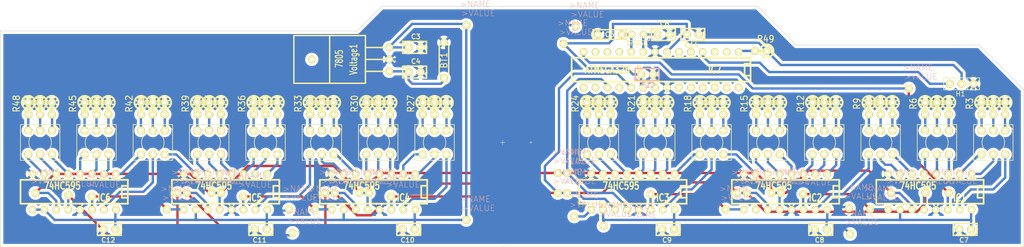
<source format=kicad_pcb>
(kicad_pcb (version 3) (host pcbnew "(2013-07-07 BZR 4022)-stable")
  (layers (15 F.Cu signal) (0 B.Cu signal) (18 B.Paste user) (19 F.Paste user) (20 B.SilkS user) (21 F.SilkS user) (22 B.Mask user) (23 F.Mask user) (28 Edge.Cuts user))
  (net 0 "")
  (net 1 +5V)
  (net 2 GND)
  (net 3 N-000001)
  (net 4 N-0000010)
  (net 5 N-00000100)
  (net 6 N-00000101)
  (net 7 N-00000102)
  (net 8 N-00000103)
  (net 9 N-00000104)
  (net 10 N-00000105)
  (net 11 N-00000106)
  (net 12 N-00000107)
  (net 13 N-00000108)
  (net 14 N-00000109)
  (net 15 N-0000011)
  (net 16 N-00000110)
  (net 17 N-00000111)
  (net 18 N-00000112)
  (net 19 N-0000012)
  (net 20 N-0000013)
  (net 21 N-0000014)
  (net 22 N-0000015)
  (net 23 N-0000016)
  (net 24 N-0000017)
  (net 25 N-0000018)
  (net 26 N-0000019)
  (net 27 N-000002)
  (net 28 N-0000020)
  (net 29 N-0000021)
  (net 30 N-0000022)
  (net 31 N-0000023)
  (net 32 N-0000024)
  (net 33 N-0000025)
  (net 34 N-0000026)
  (net 35 N-0000027)
  (net 36 N-0000028)
  (net 37 N-0000029)
  (net 38 N-000003)
  (net 39 N-0000030)
  (net 40 N-0000031)
  (net 41 N-0000032)
  (net 42 N-0000033)
  (net 43 N-0000034)
  (net 44 N-0000035)
  (net 45 N-0000036)
  (net 46 N-0000037)
  (net 47 N-0000038)
  (net 48 N-0000039)
  (net 49 N-000004)
  (net 50 N-0000040)
  (net 51 N-0000041)
  (net 52 N-0000042)
  (net 53 N-0000043)
  (net 54 N-0000044)
  (net 55 N-0000045)
  (net 56 N-0000046)
  (net 57 N-0000047)
  (net 58 N-0000048)
  (net 59 N-0000049)
  (net 60 N-000005)
  (net 61 N-0000050)
  (net 62 N-0000051)
  (net 63 N-0000052)
  (net 64 N-0000053)
  (net 65 N-0000054)
  (net 66 N-0000055)
  (net 67 N-0000056)
  (net 68 N-0000057)
  (net 69 N-0000058)
  (net 70 N-0000059)
  (net 71 N-000006)
  (net 72 N-0000062)
  (net 73 N-0000064)
  (net 74 N-0000065)
  (net 75 N-0000066)
  (net 76 N-0000067)
  (net 77 N-0000068)
  (net 78 N-0000069)
  (net 79 N-000007)
  (net 80 N-0000070)
  (net 81 N-0000071)
  (net 82 N-0000072)
  (net 83 N-0000073)
  (net 84 N-0000074)
  (net 85 N-0000075)
  (net 86 N-0000076)
  (net 87 N-0000077)
  (net 88 N-0000078)
  (net 89 N-0000079)
  (net 90 N-000008)
  (net 91 N-0000080)
  (net 92 N-0000081)
  (net 93 N-0000082)
  (net 94 N-0000083)
  (net 95 N-0000084)
  (net 96 N-0000085)
  (net 97 N-0000086)
  (net 98 N-0000087)
  (net 99 N-0000088)
  (net 100 N-0000089)
  (net 101 N-000009)
  (net 102 N-0000090)
  (net 103 N-0000091)
  (net 104 N-0000092)
  (net 105 N-0000093)
  (net 106 N-0000094)
  (net 107 N-0000095)
  (net 108 N-0000096)
  (net 109 N-0000097)
  (net 110 N-0000098)
  (net 111 N-0000099)
  (module PIN_ARRAY_2X1 (layer F.Cu) (at 151.25 32.25 180)
    (fp_text reference Crystal1 (at 0 -1.905 180) (layer F.SilkS) (effects (font (size 0.762 0.762) (thickness 0.1524))))
    (fp_text value 16MHz hide)
    (pad 1 thru_hole circle (at -1.27 0 180) (size 1.6 1.6) (drill 0.79) (layers *.Cu *.Mask F.SilkS) (net 39 N-0000030))
    (pad 2 thru_hole circle (at 1.27 0 180) (size 1.6 1.6) (drill 0.79) (layers *.Cu *.Mask F.SilkS) (net 40 N-0000031))
  )
  (module R3-LARGE_PADS (layer F.Cu) (at 110 37.75 90)
    (fp_text reference BT1 (at 0 0 90) (layer F.SilkS) (effects (font (size 1.397 1.27) (thickness 0.2032))))
    (fp_text value "9V BATTERY" hide)
    (pad 1 thru_hole circle (at -3.81 0 90) (size 1.651 1.651) (drill 0.8128) (layers *.Cu *.Mask F.SilkS) (net 15 N-0000011))
    (pad 2 thru_hole circle (at 3.81 0 90) (size 1.651 1.651) (drill 0.8128) (layers *.Cu *.Mask F.SilkS) (net 2 GND))
  )
  (module LM78XX (layer F.Cu) (at 98.36 37.56 180)
    (fp_text reference Voltage1 (at 7.62 0 270) (layer F.SilkS) (effects (font (size 1.524 1.016) (thickness 0.2032))))
    (fp_text value 7805 (at 10.668 0.127 270) (layer F.SilkS) (effects (font (size 1.524 1.016) (thickness 0.2032))))
    (pad 4 thru_hole circle (at 16.51 0 180) (size 1.6 1.6) (drill 0.79) (layers *.Cu *.Mask F.SilkS))
    (pad VI thru_hole circle (at 0 -2.54 180) (size 1.6 1.6) (drill 0.79) (layers *.Cu *.Mask F.SilkS) (net 15 N-0000011))
    (pad GND thru_hole circle (at 0 0 180) (size 1.6 1.6) (drill 0.79) (layers *.Cu *.Mask F.SilkS) (net 2 GND))
    (pad VO thru_hole circle (at 0 2.54 180) (size 1.6 1.6) (drill 0.79) (layers *.Cu *.Mask F.SilkS) (net 1 +5V))
  )
  (module DIP-28__300 (layer F.Cu) (at 156.25 39.75 180)
    (fp_text reference IC7 (at -11.43 0 180) (layer F.SilkS) (effects (font (size 1.524 1.143) (thickness 0.3048))))
    (fp_text value ATMEGA328-P (at 10.16 0 180) (layer F.SilkS) (effects (font (size 1.524 1.143) (thickness 0.3048))))
    (pad 2 thru_hole circle (at -13.97 3.81 180) (size 1.6 1.6) (drill 0.79) (layers *.Cu *.Mask F.SilkS))
    (pad 3 thru_hole circle (at -11.43 3.81 180) (size 1.6 1.6) (drill 0.79) (layers *.Cu *.Mask F.SilkS))
    (pad 4 thru_hole circle (at -8.89 3.81 180) (size 1.6 1.6) (drill 0.79) (layers *.Cu *.Mask F.SilkS) (net 72 N-0000062))
    (pad 5 thru_hole circle (at -6.35 3.81 180) (size 1.6 1.6) (drill 0.79) (layers *.Cu *.Mask F.SilkS))
    (pad 6 thru_hole circle (at -3.81 3.81 180) (size 1.6 1.6) (drill 0.79) (layers *.Cu *.Mask F.SilkS))
    (pad 7 thru_hole circle (at -1.27 3.81 180) (size 1.6 1.6) (drill 0.79) (layers *.Cu *.Mask F.SilkS) (net 1 +5V))
    (pad 8 thru_hole circle (at 1.27 3.81 180) (size 1.6 1.6) (drill 0.79) (layers *.Cu *.Mask F.SilkS) (net 2 GND))
    (pad 9 thru_hole circle (at 3.81 3.81 180) (size 1.6 1.6) (drill 0.79) (layers *.Cu *.Mask F.SilkS) (net 39 N-0000030))
    (pad 10 thru_hole circle (at 6.35 3.81 180) (size 1.6 1.6) (drill 0.79) (layers *.Cu *.Mask F.SilkS) (net 40 N-0000031))
    (pad 11 thru_hole circle (at 8.89 3.81 180) (size 1.6 1.6) (drill 0.79) (layers *.Cu *.Mask F.SilkS))
    (pad 12 thru_hole circle (at 11.43 3.81 180) (size 1.6 1.6) (drill 0.79) (layers *.Cu *.Mask F.SilkS))
    (pad 13 thru_hole circle (at 13.97 3.81 180) (size 1.6 1.6) (drill 0.79) (layers *.Cu *.Mask F.SilkS))
    (pad 14 thru_hole circle (at 16.51 3.81 180) (size 1.6 1.6) (drill 0.79) (layers *.Cu *.Mask F.SilkS) (net 49 N-000004))
    (pad 1 thru_hole circle (at -16.51 3.81 180) (size 1.6 1.6) (drill 0.79) (layers *.Cu *.Mask F.SilkS) (net 44 N-0000035))
    (pad 15 thru_hole circle (at 16.51 -3.81 180) (size 1.6 1.6) (drill 0.79) (layers *.Cu *.Mask F.SilkS))
    (pad 16 thru_hole circle (at 13.97 -3.81 180) (size 1.6 1.6) (drill 0.79) (layers *.Cu *.Mask F.SilkS))
    (pad 17 thru_hole circle (at 11.43 -3.81 180) (size 1.6 1.6) (drill 0.79) (layers *.Cu *.Mask F.SilkS) (net 42 N-0000033))
    (pad 18 thru_hole circle (at 8.89 -3.81 180) (size 1.6 1.6) (drill 0.79) (layers *.Cu *.Mask F.SilkS))
    (pad 19 thru_hole circle (at 6.35 -3.81 180) (size 1.6 1.6) (drill 0.79) (layers *.Cu *.Mask F.SilkS) (net 43 N-0000034))
    (pad 20 thru_hole circle (at 3.81 -3.81 180) (size 1.6 1.6) (drill 0.79) (layers *.Cu *.Mask F.SilkS) (net 1 +5V))
    (pad 21 thru_hole circle (at 1.27 -3.81 180) (size 1.6 1.6) (drill 0.79) (layers *.Cu *.Mask F.SilkS))
    (pad 22 thru_hole circle (at -1.27 -3.81 180) (size 1.6 1.6) (drill 0.79) (layers *.Cu *.Mask F.SilkS) (net 2 GND))
    (pad 23 thru_hole circle (at -3.81 -3.81 180) (size 1.6 1.6) (drill 0.79) (layers *.Cu *.Mask F.SilkS))
    (pad 24 thru_hole circle (at -6.35 -3.81 180) (size 1.6 1.6) (drill 0.79) (layers *.Cu *.Mask F.SilkS))
    (pad 25 thru_hole circle (at -8.89 -3.81 180) (size 1.6 1.6) (drill 0.79) (layers *.Cu *.Mask F.SilkS))
    (pad 26 thru_hole circle (at -11.43 -3.81 180) (size 1.6 1.6) (drill 0.79) (layers *.Cu *.Mask F.SilkS))
    (pad 27 thru_hole circle (at -13.97 -3.81 180) (size 1.6 1.6) (drill 0.79) (layers *.Cu *.Mask F.SilkS))
    (pad 28 thru_hole circle (at -16.51 -3.81 180) (size 1.6 1.6) (drill 0.79) (layers *.Cu *.Mask F.SilkS))
  )
  (module DIP-16__300 (layer F.Cu) (at 150.25 65.75 180)
    (fp_text reference IC3 (at -6.35 -1.27 180) (layer F.SilkS) (effects (font (size 1.524 1.143) (thickness 0.3048))))
    (fp_text value 74HC595 (at 2.54 1.27 180) (layer F.SilkS) (effects (font (size 1.524 1.143) (thickness 0.3048))))
    (pad 1 thru_hole circle (at -8.89 3.81 180) (size 1.6 1.6) (drill 0.79) (layers *.Cu *.Mask F.SilkS) (net 91 N-0000080))
    (pad 2 thru_hole circle (at -6.35 3.81 180) (size 1.6 1.6) (drill 0.79) (layers *.Cu *.Mask F.SilkS) (net 92 N-0000081))
    (pad 3 thru_hole circle (at -3.81 3.81 180) (size 1.6 1.6) (drill 0.79) (layers *.Cu *.Mask F.SilkS) (net 77 N-0000068))
    (pad 4 thru_hole circle (at -1.27 3.81 180) (size 1.6 1.6) (drill 0.79) (layers *.Cu *.Mask F.SilkS) (net 93 N-0000082))
    (pad 5 thru_hole circle (at 1.27 3.81 180) (size 1.6 1.6) (drill 0.79) (layers *.Cu *.Mask F.SilkS) (net 94 N-0000083))
    (pad 6 thru_hole circle (at 3.81 3.81 180) (size 1.6 1.6) (drill 0.79) (layers *.Cu *.Mask F.SilkS) (net 89 N-0000079))
    (pad 7 thru_hole circle (at 6.35 3.81 180) (size 1.6 1.6) (drill 0.79) (layers *.Cu *.Mask F.SilkS) (net 95 N-0000084))
    (pad 8 thru_hole circle (at 8.89 3.81 180) (size 1.6 1.6) (drill 0.79) (layers *.Cu *.Mask F.SilkS) (net 2 GND))
    (pad 9 thru_hole circle (at 8.89 -3.81 180) (size 1.6 1.6) (drill 0.79) (layers *.Cu *.Mask F.SilkS) (net 41 N-0000032))
    (pad 10 thru_hole circle (at 6.35 -3.81 180) (size 1.6 1.6) (drill 0.79) (layers *.Cu *.Mask F.SilkS) (net 1 +5V))
    (pad 11 thru_hole circle (at 3.81 -3.81 180) (size 1.6 1.6) (drill 0.79) (layers *.Cu *.Mask F.SilkS) (net 43 N-0000034))
    (pad 12 thru_hole circle (at 1.27 -3.81 180) (size 1.6 1.6) (drill 0.79) (layers *.Cu *.Mask F.SilkS) (net 42 N-0000033))
    (pad 13 thru_hole circle (at -1.27 -3.81 180) (size 1.6 1.6) (drill 0.79) (layers *.Cu *.Mask F.SilkS) (net 2 GND))
    (pad 14 thru_hole circle (at -3.81 -3.81 180) (size 1.6 1.6) (drill 0.79) (layers *.Cu *.Mask F.SilkS) (net 28 N-0000020))
    (pad 15 thru_hole circle (at -6.35 -3.81 180) (size 1.6 1.6) (drill 0.79) (layers *.Cu *.Mask F.SilkS) (net 108 N-0000096))
    (pad 16 thru_hole circle (at -8.89 -3.81 180) (size 1.6 1.6) (drill 0.79) (layers *.Cu *.Mask F.SilkS) (net 1 +5V))
  )
  (module DIP-16__300 (layer F.Cu) (at 63.5 65.75 180)
    (fp_text reference IC5 (at -6.35 -1.27 180) (layer F.SilkS) (effects (font (size 1.524 1.143) (thickness 0.3048))))
    (fp_text value 74HC595 (at 2.54 1.27 180) (layer F.SilkS) (effects (font (size 1.524 1.143) (thickness 0.3048))))
    (pad 1 thru_hole circle (at -8.89 3.81 180) (size 1.6 1.6) (drill 0.79) (layers *.Cu *.Mask F.SilkS) (net 46 N-0000037))
    (pad 2 thru_hole circle (at -6.35 3.81 180) (size 1.6 1.6) (drill 0.79) (layers *.Cu *.Mask F.SilkS) (net 17 N-00000111))
    (pad 3 thru_hole circle (at -3.81 3.81 180) (size 1.6 1.6) (drill 0.79) (layers *.Cu *.Mask F.SilkS) (net 18 N-00000112))
    (pad 4 thru_hole circle (at -1.27 3.81 180) (size 1.6 1.6) (drill 0.79) (layers *.Cu *.Mask F.SilkS) (net 62 N-0000051))
    (pad 5 thru_hole circle (at 1.27 3.81 180) (size 1.6 1.6) (drill 0.79) (layers *.Cu *.Mask F.SilkS) (net 110 N-0000098))
    (pad 6 thru_hole circle (at 3.81 3.81 180) (size 1.6 1.6) (drill 0.79) (layers *.Cu *.Mask F.SilkS) (net 111 N-0000099))
    (pad 7 thru_hole circle (at 6.35 3.81 180) (size 1.6 1.6) (drill 0.79) (layers *.Cu *.Mask F.SilkS) (net 5 N-00000100))
    (pad 8 thru_hole circle (at 8.89 3.81 180) (size 1.6 1.6) (drill 0.79) (layers *.Cu *.Mask F.SilkS) (net 2 GND))
    (pad 9 thru_hole circle (at 8.89 -3.81 180) (size 1.6 1.6) (drill 0.79) (layers *.Cu *.Mask F.SilkS) (net 27 N-000002))
    (pad 10 thru_hole circle (at 6.35 -3.81 180) (size 1.6 1.6) (drill 0.79) (layers *.Cu *.Mask F.SilkS) (net 1 +5V))
    (pad 11 thru_hole circle (at 3.81 -3.81 180) (size 1.6 1.6) (drill 0.79) (layers *.Cu *.Mask F.SilkS) (net 43 N-0000034))
    (pad 12 thru_hole circle (at 1.27 -3.81 180) (size 1.6 1.6) (drill 0.79) (layers *.Cu *.Mask F.SilkS) (net 42 N-0000033))
    (pad 13 thru_hole circle (at -1.27 -3.81 180) (size 1.6 1.6) (drill 0.79) (layers *.Cu *.Mask F.SilkS) (net 2 GND))
    (pad 14 thru_hole circle (at -3.81 -3.81 180) (size 1.6 1.6) (drill 0.79) (layers *.Cu *.Mask F.SilkS) (net 19 N-0000012))
    (pad 15 thru_hole circle (at -6.35 -3.81 180) (size 1.6 1.6) (drill 0.79) (layers *.Cu *.Mask F.SilkS) (net 16 N-00000110))
    (pad 16 thru_hole circle (at -8.89 -3.81 180) (size 1.6 1.6) (drill 0.79) (layers *.Cu *.Mask F.SilkS) (net 1 +5V))
  )
  (module DIP-16__300 (layer F.Cu) (at 213.5 65.75 180)
    (fp_text reference IC1 (at -6.35 -1.27 180) (layer F.SilkS) (effects (font (size 1.524 1.143) (thickness 0.3048))))
    (fp_text value 74HC595 (at 2.54 1.27 180) (layer F.SilkS) (effects (font (size 1.524 1.143) (thickness 0.3048))))
    (pad 1 thru_hole circle (at -8.89 3.81 180) (size 1.6 1.6) (drill 0.79) (layers *.Cu *.Mask F.SilkS) (net 71 N-000006))
    (pad 2 thru_hole circle (at -6.35 3.81 180) (size 1.6 1.6) (drill 0.79) (layers *.Cu *.Mask F.SilkS) (net 3 N-000001))
    (pad 3 thru_hole circle (at -3.81 3.81 180) (size 1.6 1.6) (drill 0.79) (layers *.Cu *.Mask F.SilkS) (net 79 N-000007))
    (pad 4 thru_hole circle (at -1.27 3.81 180) (size 1.6 1.6) (drill 0.79) (layers *.Cu *.Mask F.SilkS) (net 90 N-000008))
    (pad 5 thru_hole circle (at 1.27 3.81 180) (size 1.6 1.6) (drill 0.79) (layers *.Cu *.Mask F.SilkS) (net 101 N-000009))
    (pad 6 thru_hole circle (at 3.81 3.81 180) (size 1.6 1.6) (drill 0.79) (layers *.Cu *.Mask F.SilkS) (net 4 N-0000010))
    (pad 7 thru_hole circle (at 6.35 3.81 180) (size 1.6 1.6) (drill 0.79) (layers *.Cu *.Mask F.SilkS) (net 100 N-0000089))
    (pad 8 thru_hole circle (at 8.89 3.81 180) (size 1.6 1.6) (drill 0.79) (layers *.Cu *.Mask F.SilkS) (net 2 GND))
    (pad 9 thru_hole circle (at 8.89 -3.81 180) (size 1.6 1.6) (drill 0.79) (layers *.Cu *.Mask F.SilkS) (net 26 N-0000019))
    (pad 10 thru_hole circle (at 6.35 -3.81 180) (size 1.6 1.6) (drill 0.79) (layers *.Cu *.Mask F.SilkS) (net 1 +5V))
    (pad 11 thru_hole circle (at 3.81 -3.81 180) (size 1.6 1.6) (drill 0.79) (layers *.Cu *.Mask F.SilkS) (net 43 N-0000034))
    (pad 12 thru_hole circle (at 1.27 -3.81 180) (size 1.6 1.6) (drill 0.79) (layers *.Cu *.Mask F.SilkS) (net 42 N-0000033))
    (pad 13 thru_hole circle (at -1.27 -3.81 180) (size 1.6 1.6) (drill 0.79) (layers *.Cu *.Mask F.SilkS) (net 2 GND))
    (pad 14 thru_hole circle (at -3.81 -3.81 180) (size 1.6 1.6) (drill 0.79) (layers *.Cu *.Mask F.SilkS) (net 49 N-000004))
    (pad 15 thru_hole circle (at -6.35 -3.81 180) (size 1.6 1.6) (drill 0.79) (layers *.Cu *.Mask F.SilkS) (net 60 N-000005))
    (pad 16 thru_hole circle (at -8.89 -3.81 180) (size 1.6 1.6) (drill 0.79) (layers *.Cu *.Mask F.SilkS) (net 1 +5V))
  )
  (module DIP-16__300 (layer F.Cu) (at 182.75 65.75 180)
    (fp_text reference IC2 (at -6.35 -1.27 180) (layer F.SilkS) (effects (font (size 1.524 1.143) (thickness 0.3048))))
    (fp_text value 74HC595 (at 2.54 1.27 180) (layer F.SilkS) (effects (font (size 1.524 1.143) (thickness 0.3048))))
    (pad 1 thru_hole circle (at -8.89 3.81 180) (size 1.6 1.6) (drill 0.79) (layers *.Cu *.Mask F.SilkS) (net 87 N-0000077))
    (pad 2 thru_hole circle (at -6.35 3.81 180) (size 1.6 1.6) (drill 0.79) (layers *.Cu *.Mask F.SilkS) (net 103 N-0000091))
    (pad 3 thru_hole circle (at -3.81 3.81 180) (size 1.6 1.6) (drill 0.79) (layers *.Cu *.Mask F.SilkS) (net 104 N-0000092))
    (pad 4 thru_hole circle (at -1.27 3.81 180) (size 1.6 1.6) (drill 0.79) (layers *.Cu *.Mask F.SilkS) (net 99 N-0000088))
    (pad 5 thru_hole circle (at 1.27 3.81 180) (size 1.6 1.6) (drill 0.79) (layers *.Cu *.Mask F.SilkS) (net 105 N-0000093))
    (pad 6 thru_hole circle (at 3.81 3.81 180) (size 1.6 1.6) (drill 0.79) (layers *.Cu *.Mask F.SilkS) (net 106 N-0000094))
    (pad 7 thru_hole circle (at 6.35 3.81 180) (size 1.6 1.6) (drill 0.79) (layers *.Cu *.Mask F.SilkS) (net 107 N-0000095))
    (pad 8 thru_hole circle (at 8.89 3.81 180) (size 1.6 1.6) (drill 0.79) (layers *.Cu *.Mask F.SilkS) (net 2 GND))
    (pad 9 thru_hole circle (at 8.89 -3.81 180) (size 1.6 1.6) (drill 0.79) (layers *.Cu *.Mask F.SilkS) (net 28 N-0000020))
    (pad 10 thru_hole circle (at 6.35 -3.81 180) (size 1.6 1.6) (drill 0.79) (layers *.Cu *.Mask F.SilkS) (net 1 +5V))
    (pad 11 thru_hole circle (at 3.81 -3.81 180) (size 1.6 1.6) (drill 0.79) (layers *.Cu *.Mask F.SilkS) (net 43 N-0000034))
    (pad 12 thru_hole circle (at 1.27 -3.81 180) (size 1.6 1.6) (drill 0.79) (layers *.Cu *.Mask F.SilkS) (net 42 N-0000033))
    (pad 13 thru_hole circle (at -1.27 -3.81 180) (size 1.6 1.6) (drill 0.79) (layers *.Cu *.Mask F.SilkS) (net 2 GND))
    (pad 14 thru_hole circle (at -3.81 -3.81 180) (size 1.6 1.6) (drill 0.79) (layers *.Cu *.Mask F.SilkS) (net 26 N-0000019))
    (pad 15 thru_hole circle (at -6.35 -3.81 180) (size 1.6 1.6) (drill 0.79) (layers *.Cu *.Mask F.SilkS) (net 102 N-0000090))
    (pad 16 thru_hole circle (at -8.89 -3.81 180) (size 1.6 1.6) (drill 0.79) (layers *.Cu *.Mask F.SilkS) (net 1 +5V))
  )
  (module DIP-16__300 (layer F.Cu) (at 31.25 65.75 180)
    (fp_text reference IC6 (at -6.35 -1.27 180) (layer F.SilkS) (effects (font (size 1.524 1.143) (thickness 0.3048))))
    (fp_text value 74HC595 (at 2.54 1.27 180) (layer F.SilkS) (effects (font (size 1.524 1.143) (thickness 0.3048))))
    (pad 1 thru_hole circle (at -8.89 3.81 180) (size 1.6 1.6) (drill 0.79) (layers *.Cu *.Mask F.SilkS) (net 109 N-0000097))
    (pad 2 thru_hole circle (at -6.35 3.81 180) (size 1.6 1.6) (drill 0.79) (layers *.Cu *.Mask F.SilkS) (net 7 N-00000102))
    (pad 3 thru_hole circle (at -3.81 3.81 180) (size 1.6 1.6) (drill 0.79) (layers *.Cu *.Mask F.SilkS) (net 59 N-0000049))
    (pad 4 thru_hole circle (at -1.27 3.81 180) (size 1.6 1.6) (drill 0.79) (layers *.Cu *.Mask F.SilkS) (net 38 N-000003))
    (pad 5 thru_hole circle (at 1.27 3.81 180) (size 1.6 1.6) (drill 0.79) (layers *.Cu *.Mask F.SilkS) (net 8 N-00000103))
    (pad 6 thru_hole circle (at 3.81 3.81 180) (size 1.6 1.6) (drill 0.79) (layers *.Cu *.Mask F.SilkS) (net 9 N-00000104))
    (pad 7 thru_hole circle (at 6.35 3.81 180) (size 1.6 1.6) (drill 0.79) (layers *.Cu *.Mask F.SilkS) (net 61 N-0000050))
    (pad 8 thru_hole circle (at 8.89 3.81 180) (size 1.6 1.6) (drill 0.79) (layers *.Cu *.Mask F.SilkS) (net 2 GND))
    (pad 9 thru_hole circle (at 8.89 -3.81 180) (size 1.6 1.6) (drill 0.79) (layers *.Cu *.Mask F.SilkS))
    (pad 10 thru_hole circle (at 6.35 -3.81 180) (size 1.6 1.6) (drill 0.79) (layers *.Cu *.Mask F.SilkS) (net 1 +5V))
    (pad 11 thru_hole circle (at 3.81 -3.81 180) (size 1.6 1.6) (drill 0.79) (layers *.Cu *.Mask F.SilkS) (net 43 N-0000034))
    (pad 12 thru_hole circle (at 1.27 -3.81 180) (size 1.6 1.6) (drill 0.79) (layers *.Cu *.Mask F.SilkS) (net 42 N-0000033))
    (pad 13 thru_hole circle (at -1.27 -3.81 180) (size 1.6 1.6) (drill 0.79) (layers *.Cu *.Mask F.SilkS) (net 2 GND))
    (pad 14 thru_hole circle (at -3.81 -3.81 180) (size 1.6 1.6) (drill 0.79) (layers *.Cu *.Mask F.SilkS) (net 27 N-000002))
    (pad 15 thru_hole circle (at -6.35 -3.81 180) (size 1.6 1.6) (drill 0.79) (layers *.Cu *.Mask F.SilkS) (net 6 N-00000101))
    (pad 16 thru_hole circle (at -8.89 -3.81 180) (size 1.6 1.6) (drill 0.79) (layers *.Cu *.Mask F.SilkS) (net 1 +5V))
  )
  (module DIP-16__300 (layer F.Cu) (at 95 65.75 180)
    (fp_text reference IC4 (at -6.35 -1.27 180) (layer F.SilkS) (effects (font (size 1.524 1.143) (thickness 0.3048))))
    (fp_text value 74HC595 (at 2.54 1.27 180) (layer F.SilkS) (effects (font (size 1.524 1.143) (thickness 0.3048))))
    (pad 1 thru_hole circle (at -8.89 3.81 180) (size 1.6 1.6) (drill 0.79) (layers *.Cu *.Mask F.SilkS) (net 97 N-0000086))
    (pad 2 thru_hole circle (at -6.35 3.81 180) (size 1.6 1.6) (drill 0.79) (layers *.Cu *.Mask F.SilkS) (net 98 N-0000087))
    (pad 3 thru_hole circle (at -3.81 3.81 180) (size 1.6 1.6) (drill 0.79) (layers *.Cu *.Mask F.SilkS) (net 11 N-00000106))
    (pad 4 thru_hole circle (at -1.27 3.81 180) (size 1.6 1.6) (drill 0.79) (layers *.Cu *.Mask F.SilkS) (net 12 N-00000107))
    (pad 5 thru_hole circle (at 1.27 3.81 180) (size 1.6 1.6) (drill 0.79) (layers *.Cu *.Mask F.SilkS) (net 13 N-00000108))
    (pad 6 thru_hole circle (at 3.81 3.81 180) (size 1.6 1.6) (drill 0.79) (layers *.Cu *.Mask F.SilkS) (net 14 N-00000109))
    (pad 7 thru_hole circle (at 6.35 3.81 180) (size 1.6 1.6) (drill 0.79) (layers *.Cu *.Mask F.SilkS) (net 10 N-00000105))
    (pad 8 thru_hole circle (at 8.89 3.81 180) (size 1.6 1.6) (drill 0.79) (layers *.Cu *.Mask F.SilkS) (net 2 GND))
    (pad 9 thru_hole circle (at 8.89 -3.81 180) (size 1.6 1.6) (drill 0.79) (layers *.Cu *.Mask F.SilkS) (net 19 N-0000012))
    (pad 10 thru_hole circle (at 6.35 -3.81 180) (size 1.6 1.6) (drill 0.79) (layers *.Cu *.Mask F.SilkS) (net 1 +5V))
    (pad 11 thru_hole circle (at 3.81 -3.81 180) (size 1.6 1.6) (drill 0.79) (layers *.Cu *.Mask F.SilkS) (net 43 N-0000034))
    (pad 12 thru_hole circle (at 1.27 -3.81 180) (size 1.6 1.6) (drill 0.79) (layers *.Cu *.Mask F.SilkS) (net 42 N-0000033))
    (pad 13 thru_hole circle (at -1.27 -3.81 180) (size 1.6 1.6) (drill 0.79) (layers *.Cu *.Mask F.SilkS) (net 2 GND))
    (pad 14 thru_hole circle (at -3.81 -3.81 180) (size 1.6 1.6) (drill 0.79) (layers *.Cu *.Mask F.SilkS) (net 41 N-0000032))
    (pad 15 thru_hole circle (at -6.35 -3.81 180) (size 1.6 1.6) (drill 0.79) (layers *.Cu *.Mask F.SilkS) (net 96 N-0000085))
    (pad 16 thru_hole circle (at -8.89 -3.81 180) (size 1.6 1.6) (drill 0.79) (layers *.Cu *.Mask F.SilkS) (net 1 +5V))
  )
  (module C1 (layer B.Cu) (at 153.25 40.75)
    (fp_text reference C13 (at 0.254 2.286) (layer B.SilkS) (effects (font (size 1.016 1.016) (thickness 0.2032)) (justify mirror)))
    (fp_text value 0.1uF hide)
    (pad 1 thru_hole circle (at -1.27 0) (size 1.7 1.7) (drill 0.79) (layers *.Cu *.Mask F.SilkS) (net 1 +5V))
    (pad 2 thru_hole circle (at 1.27 0) (size 1.7 1.7) (drill 0.79) (layers *.Cu *.Mask F.SilkS) (net 2 GND))
  )
  (module C1 (layer F.Cu) (at 163 32.25 180)
    (fp_text reference C14 (at 0.254 -2.286 180) (layer F.SilkS) (effects (font (size 1.016 1.016) (thickness 0.2032))))
    (fp_text value 0.1uF hide)
    (pad 1 thru_hole circle (at -1.27 0 180) (size 1.7 1.7) (drill 0.79) (layers *.Cu *.Mask F.SilkS) (net 2 GND))
    (pad 2 thru_hole circle (at 1.27 0 180) (size 1.7 1.7) (drill 0.79) (layers *.Cu *.Mask F.SilkS) (net 1 +5V))
  )
  (module C1 (layer F.Cu) (at 103.75 40.25)
    (fp_text reference C4 (at 0.254 -2.286) (layer F.SilkS) (effects (font (size 1.016 1.016) (thickness 0.2032))))
    (fp_text value 10uF hide)
    (pad 1 thru_hole circle (at -1.27 0) (size 1.7 1.7) (drill 0.79) (layers *.Cu *.Mask F.SilkS) (net 15 N-0000011))
    (pad 2 thru_hole circle (at 1.27 0) (size 1.7 1.7) (drill 0.79) (layers *.Cu *.Mask F.SilkS) (net 2 GND))
  )
  (module C1 (layer F.Cu) (at 38.75 73.75 180)
    (fp_text reference C12 (at 0.254 -2.286 180) (layer F.SilkS) (effects (font (size 1.016 1.016) (thickness 0.2032))))
    (fp_text value 0.1uF hide)
    (pad 1 thru_hole circle (at -1.27 0 180) (size 1.7 1.7) (drill 0.79) (layers *.Cu *.Mask F.SilkS) (net 1 +5V))
    (pad 2 thru_hole circle (at 1.27 0 180) (size 1.7 1.7) (drill 0.79) (layers *.Cu *.Mask F.SilkS) (net 2 GND))
  )
  (module C1 (layer F.Cu) (at 71 73.75 180)
    (fp_text reference C11 (at 0.254 -2.286 180) (layer F.SilkS) (effects (font (size 1.016 1.016) (thickness 0.2032))))
    (fp_text value 0.1uF hide)
    (pad 1 thru_hole circle (at -1.27 0 180) (size 1.7 1.7) (drill 0.79) (layers *.Cu *.Mask F.SilkS) (net 1 +5V))
    (pad 2 thru_hole circle (at 1.27 0 180) (size 1.7 1.7) (drill 0.79) (layers *.Cu *.Mask F.SilkS) (net 2 GND))
  )
  (module C1 (layer F.Cu) (at 102.5 73.75 180)
    (fp_text reference C10 (at 0.254 -2.286 180) (layer F.SilkS) (effects (font (size 1.016 1.016) (thickness 0.2032))))
    (fp_text value 0.1uF hide)
    (pad 1 thru_hole circle (at -1.27 0 180) (size 1.7 1.7) (drill 0.79) (layers *.Cu *.Mask F.SilkS) (net 1 +5V))
    (pad 2 thru_hole circle (at 1.27 0 180) (size 1.7 1.7) (drill 0.79) (layers *.Cu *.Mask F.SilkS) (net 2 GND))
  )
  (module C1 (layer F.Cu) (at 157.75 73.75 180)
    (fp_text reference C9 (at 0.254 -2.286 180) (layer F.SilkS) (effects (font (size 1.016 1.016) (thickness 0.2032))))
    (fp_text value 0.1uF hide)
    (pad 1 thru_hole circle (at -1.27 0 180) (size 1.7 1.7) (drill 0.79) (layers *.Cu *.Mask F.SilkS) (net 1 +5V))
    (pad 2 thru_hole circle (at 1.27 0 180) (size 1.7 1.7) (drill 0.79) (layers *.Cu *.Mask F.SilkS) (net 2 GND))
  )
  (module C1 (layer F.Cu) (at 190.25 73.75 180)
    (fp_text reference C8 (at 0.254 -2.286 180) (layer F.SilkS) (effects (font (size 1.016 1.016) (thickness 0.2032))))
    (fp_text value 0.1uF hide)
    (pad 1 thru_hole circle (at -1.27 0 180) (size 1.7 1.7) (drill 0.79) (layers *.Cu *.Mask F.SilkS) (net 1 +5V))
    (pad 2 thru_hole circle (at 1.27 0 180) (size 1.7 1.7) (drill 0.79) (layers *.Cu *.Mask F.SilkS) (net 2 GND))
  )
  (module C1 (layer F.Cu) (at 221 73.75 180)
    (fp_text reference C7 (at 0.254 -2.286 180) (layer F.SilkS) (effects (font (size 1.016 1.016) (thickness 0.2032))))
    (fp_text value 0.1uF hide)
    (pad 1 thru_hole circle (at -1.27 0 180) (size 1.7 1.7) (drill 0.79) (layers *.Cu *.Mask F.SilkS) (net 1 +5V))
    (pad 2 thru_hole circle (at 1.27 0 180) (size 1.7 1.7) (drill 0.79) (layers *.Cu *.Mask F.SilkS) (net 2 GND))
  )
  (module C1 (layer F.Cu) (at 156.75 32.25)
    (fp_text reference C6 (at 0.254 -2.286) (layer F.SilkS) (effects (font (size 1.016 1.016) (thickness 0.2032))))
    (fp_text value 22pF hide)
    (pad 1 thru_hole circle (at -1.27 0) (size 1.7 1.7) (drill 0.79) (layers *.Cu *.Mask F.SilkS) (net 39 N-0000030))
    (pad 2 thru_hole circle (at 1.27 0) (size 1.7 1.7) (drill 0.79) (layers *.Cu *.Mask F.SilkS) (net 2 GND))
  )
  (module C1 (layer F.Cu) (at 103.75 35)
    (fp_text reference C3 (at 0.254 -2.286) (layer F.SilkS) (effects (font (size 1.016 1.016) (thickness 0.2032))))
    (fp_text value 10uF hide)
    (pad 1 thru_hole circle (at -1.27 0) (size 1.7 1.7) (drill 0.79) (layers *.Cu *.Mask F.SilkS) (net 1 +5V))
    (pad 2 thru_hole circle (at 1.27 0) (size 1.7 1.7) (drill 0.79) (layers *.Cu *.Mask F.SilkS) (net 2 GND))
  )
  (module PIN_ARRAY_3X1 (layer F.Cu) (at 220.25 42.75 180)
    (fp_text reference H1 (at 0.254 -2.159 180) (layer F.SilkS) (effects (font (size 1.016 1.016) (thickness 0.1524))))
    (fp_text value HALL_SENSOR hide)
    (pad 1 thru_hole circle (at -2.54 0 180) (size 1.7 1.7) (drill 0.79) (layers *.Cu *.Mask F.SilkS) (net 2 GND))
    (pad 2 thru_hole circle (at 0 0 180) (size 1.7 1.7) (drill 0.79) (layers *.Cu *.Mask F.SilkS) (net 1 +5V))
    (pad 3 thru_hole circle (at 2.54 0 180) (size 1.7 1.7) (drill 0.79) (layers *.Cu *.Mask F.SilkS) (net 72 N-0000062))
  )
  (module R1 (layer F.Cu) (at 74.5 48 270)
    (fp_text reference R34 (at -1.016 2.54 270) (layer F.SilkS) (effects (font (size 1.397 1.27) (thickness 0.2032))))
    (fp_text value 100R hide)
    (pad 1 thru_hole circle (at -1.27 0 270) (size 1.7 1.7) (drill 0.79) (layers *.Cu *.Mask F.SilkS) (net 2 GND))
    (pad 2 thru_hole circle (at 1.27 0 270) (size 1.7 1.7) (drill 0.79) (layers *.Cu *.Mask F.SilkS) (net 29 N-0000021))
  )
  (module R1 (layer F.Cu) (at 60 48 270)
    (fp_text reference R38 (at -1.016 2.54 270) (layer F.SilkS) (effects (font (size 1.397 1.27) (thickness 0.2032))))
    (fp_text value 100R hide)
    (pad 1 thru_hole circle (at -1.27 0 270) (size 1.7 1.7) (drill 0.79) (layers *.Cu *.Mask F.SilkS) (net 2 GND))
    (pad 2 thru_hole circle (at 1.27 0 270) (size 1.7 1.7) (drill 0.79) (layers *.Cu *.Mask F.SilkS) (net 33 N-0000025))
  )
  (module R1 (layer F.Cu) (at 72 48 270)
    (fp_text reference R35 (at -1.016 2.54 270) (layer F.SilkS) (effects (font (size 1.397 1.27) (thickness 0.2032))))
    (fp_text value 100R hide)
    (pad 1 thru_hole circle (at -1.27 0 270) (size 1.7 1.7) (drill 0.79) (layers *.Cu *.Mask F.SilkS) (net 2 GND))
    (pad 2 thru_hole circle (at 1.27 0 270) (size 1.7 1.7) (drill 0.79) (layers *.Cu *.Mask F.SilkS) (net 30 N-0000022))
  )
  (module R1 (layer F.Cu) (at 69.5 48 270)
    (fp_text reference R36 (at -1.016 2.54 270) (layer F.SilkS) (effects (font (size 1.397 1.27) (thickness 0.2032))))
    (fp_text value 100R hide)
    (pad 1 thru_hole circle (at -1.27 0 270) (size 1.7 1.7) (drill 0.79) (layers *.Cu *.Mask F.SilkS) (net 2 GND))
    (pad 2 thru_hole circle (at 1.27 0 270) (size 1.7 1.7) (drill 0.79) (layers *.Cu *.Mask F.SilkS) (net 31 N-0000023))
  )
  (module R1 (layer F.Cu) (at 62.5 48 270)
    (fp_text reference R37 (at -1.016 2.54 270) (layer F.SilkS) (effects (font (size 1.397 1.27) (thickness 0.2032))))
    (fp_text value 100R hide)
    (pad 1 thru_hole circle (at -1.27 0 270) (size 1.7 1.7) (drill 0.79) (layers *.Cu *.Mask F.SilkS) (net 2 GND))
    (pad 2 thru_hole circle (at 1.27 0 270) (size 1.7 1.7) (drill 0.79) (layers *.Cu *.Mask F.SilkS) (net 32 N-0000024))
  )
  (module R1 (layer F.Cu) (at 26.5 48 270)
    (fp_text reference R46 (at -1.016 2.54 270) (layer F.SilkS) (effects (font (size 1.397 1.27) (thickness 0.2032))))
    (fp_text value 100R hide)
    (pad 1 thru_hole circle (at -1.27 0 270) (size 1.7 1.7) (drill 0.79) (layers *.Cu *.Mask F.SilkS) (net 2 GND))
    (pad 2 thru_hole circle (at 1.27 0 270) (size 1.7 1.7) (drill 0.79) (layers *.Cu *.Mask F.SilkS) (net 22 N-0000015))
  )
  (module R1 (layer F.Cu) (at 81.5 48 270)
    (fp_text reference R33 (at -1.016 2.54 270) (layer F.SilkS) (effects (font (size 1.397 1.27) (thickness 0.2032))))
    (fp_text value 100R hide)
    (pad 1 thru_hole circle (at -1.27 0 270) (size 1.7 1.7) (drill 0.79) (layers *.Cu *.Mask F.SilkS) (net 2 GND))
    (pad 2 thru_hole circle (at 1.27 0 270) (size 1.7 1.7) (drill 0.79) (layers *.Cu *.Mask F.SilkS) (net 50 N-0000040))
  )
  (module R1 (layer F.Cu) (at 84 48 270)
    (fp_text reference R32 (at -1.016 2.54 270) (layer F.SilkS) (effects (font (size 1.397 1.27) (thickness 0.2032))))
    (fp_text value 100R hide)
    (pad 1 thru_hole circle (at -1.27 0 270) (size 1.7 1.7) (drill 0.79) (layers *.Cu *.Mask F.SilkS) (net 2 GND))
    (pad 2 thru_hole circle (at 1.27 0 270) (size 1.7 1.7) (drill 0.79) (layers *.Cu *.Mask F.SilkS) (net 48 N-0000039))
  )
  (module R1 (layer F.Cu) (at 86.5 48 270)
    (fp_text reference R31 (at -1.016 2.54 270) (layer F.SilkS) (effects (font (size 1.397 1.27) (thickness 0.2032))))
    (fp_text value 100R hide)
    (pad 1 thru_hole circle (at -1.27 0 270) (size 1.7 1.7) (drill 0.79) (layers *.Cu *.Mask F.SilkS) (net 2 GND))
    (pad 2 thru_hole circle (at 1.27 0 270) (size 1.7 1.7) (drill 0.79) (layers *.Cu *.Mask F.SilkS) (net 47 N-0000038))
  )
  (module R1 (layer F.Cu) (at 93.5 48 270)
    (fp_text reference R30 (at -1.016 2.54 270) (layer F.SilkS) (effects (font (size 1.397 1.27) (thickness 0.2032))))
    (fp_text value 100R hide)
    (pad 1 thru_hole circle (at -1.27 0 270) (size 1.7 1.7) (drill 0.79) (layers *.Cu *.Mask F.SilkS) (net 2 GND))
    (pad 2 thru_hole circle (at 1.27 0 270) (size 1.7 1.7) (drill 0.79) (layers *.Cu *.Mask F.SilkS) (net 45 N-0000036))
  )
  (module R1 (layer F.Cu) (at 96 48 270)
    (fp_text reference R29 (at -1.016 2.54 270) (layer F.SilkS) (effects (font (size 1.397 1.27) (thickness 0.2032))))
    (fp_text value 100R hide)
    (pad 1 thru_hole circle (at -1.27 0 270) (size 1.7 1.7) (drill 0.79) (layers *.Cu *.Mask F.SilkS) (net 2 GND))
    (pad 2 thru_hole circle (at 1.27 0 270) (size 1.7 1.7) (drill 0.79) (layers *.Cu *.Mask F.SilkS) (net 52 N-0000042))
  )
  (module R1 (layer F.Cu) (at 50.5 48 270)
    (fp_text reference R40 (at -1.016 2.54 270) (layer F.SilkS) (effects (font (size 1.397 1.27) (thickness 0.2032))))
    (fp_text value 100R hide)
    (pad 1 thru_hole circle (at -1.27 0 270) (size 1.7 1.7) (drill 0.79) (layers *.Cu *.Mask F.SilkS) (net 2 GND))
    (pad 2 thru_hole circle (at 1.27 0 270) (size 1.7 1.7) (drill 0.79) (layers *.Cu *.Mask F.SilkS) (net 35 N-0000027))
  )
  (module R1 (layer F.Cu) (at 48 48 270)
    (fp_text reference R41 (at -1.016 2.54 270) (layer F.SilkS) (effects (font (size 1.397 1.27) (thickness 0.2032))))
    (fp_text value 100R hide)
    (pad 1 thru_hole circle (at -1.27 0 270) (size 1.7 1.7) (drill 0.79) (layers *.Cu *.Mask F.SilkS) (net 2 GND))
    (pad 2 thru_hole circle (at 1.27 0 270) (size 1.7 1.7) (drill 0.79) (layers *.Cu *.Mask F.SilkS) (net 36 N-0000028))
  )
  (module R1 (layer F.Cu) (at 45.5 48 270)
    (fp_text reference R42 (at -1.016 2.54 270) (layer F.SilkS) (effects (font (size 1.397 1.27) (thickness 0.2032))))
    (fp_text value 100R hide)
    (pad 1 thru_hole circle (at -1.27 0 270) (size 1.7 1.7) (drill 0.79) (layers *.Cu *.Mask F.SilkS) (net 2 GND))
    (pad 2 thru_hole circle (at 1.27 0 270) (size 1.7 1.7) (drill 0.79) (layers *.Cu *.Mask F.SilkS) (net 37 N-0000029))
  )
  (module R1 (layer F.Cu) (at 38.5 48 270)
    (fp_text reference R43 (at -1.016 2.54 270) (layer F.SilkS) (effects (font (size 1.397 1.27) (thickness 0.2032))))
    (fp_text value 100R hide)
    (pad 1 thru_hole circle (at -1.27 0 270) (size 1.7 1.7) (drill 0.79) (layers *.Cu *.Mask F.SilkS) (net 2 GND))
    (pad 2 thru_hole circle (at 1.27 0 270) (size 1.7 1.7) (drill 0.79) (layers *.Cu *.Mask F.SilkS) (net 25 N-0000018))
  )
  (module R1 (layer F.Cu) (at 36 48 270)
    (fp_text reference R44 (at -1.016 2.54 270) (layer F.SilkS) (effects (font (size 1.397 1.27) (thickness 0.2032))))
    (fp_text value 100R hide)
    (pad 1 thru_hole circle (at -1.27 0 270) (size 1.7 1.7) (drill 0.79) (layers *.Cu *.Mask F.SilkS) (net 2 GND))
    (pad 2 thru_hole circle (at 1.27 0 270) (size 1.7 1.7) (drill 0.79) (layers *.Cu *.Mask F.SilkS) (net 20 N-0000013))
  )
  (module R1 (layer F.Cu) (at 33.5 48 270)
    (fp_text reference R45 (at -1.016 2.54 270) (layer F.SilkS) (effects (font (size 1.397 1.27) (thickness 0.2032))))
    (fp_text value 100R hide)
    (pad 1 thru_hole circle (at -1.27 0 270) (size 1.7 1.7) (drill 0.79) (layers *.Cu *.Mask F.SilkS) (net 2 GND))
    (pad 2 thru_hole circle (at 1.27 0 270) (size 1.7 1.7) (drill 0.79) (layers *.Cu *.Mask F.SilkS) (net 21 N-0000014))
  )
  (module R1 (layer F.Cu) (at 57.5 48 270)
    (fp_text reference R39 (at -1.016 2.54 270) (layer F.SilkS) (effects (font (size 1.397 1.27) (thickness 0.2032))))
    (fp_text value 100R hide)
    (pad 1 thru_hole circle (at -1.27 0 270) (size 1.7 1.7) (drill 0.79) (layers *.Cu *.Mask F.SilkS) (net 2 GND))
    (pad 2 thru_hole circle (at 1.27 0 270) (size 1.7 1.7) (drill 0.79) (layers *.Cu *.Mask F.SilkS) (net 34 N-0000026))
  )
  (module R1 (layer F.Cu) (at 24 48 270)
    (fp_text reference R47 (at -1.016 2.54 270) (layer F.SilkS) (effects (font (size 1.397 1.27) (thickness 0.2032))))
    (fp_text value 100R hide)
    (pad 1 thru_hole circle (at -1.27 0 270) (size 1.7 1.7) (drill 0.79) (layers *.Cu *.Mask F.SilkS) (net 2 GND))
    (pad 2 thru_hole circle (at 1.27 0 270) (size 1.7 1.7) (drill 0.79) (layers *.Cu *.Mask F.SilkS) (net 23 N-0000016))
  )
  (module R1 (layer F.Cu) (at 21.5 48 270)
    (fp_text reference R48 (at -1.016 2.54 270) (layer F.SilkS) (effects (font (size 1.397 1.27) (thickness 0.2032))))
    (fp_text value 100R hide)
    (pad 1 thru_hole circle (at -1.27 0 270) (size 1.7 1.7) (drill 0.79) (layers *.Cu *.Mask F.SilkS) (net 2 GND))
    (pad 2 thru_hole circle (at 1.27 0 270) (size 1.7 1.7) (drill 0.79) (layers *.Cu *.Mask F.SilkS) (net 24 N-0000017))
  )
  (module R1 (layer F.Cu) (at 177.5 35.75 180)
    (fp_text reference R49 (at -1.016 2.54 180) (layer F.SilkS) (effects (font (size 1.397 1.27) (thickness 0.2032))))
    (fp_text value 10K hide)
    (pad 1 thru_hole circle (at -1.27 0 180) (size 1.7 1.7) (drill 0.79) (layers *.Cu *.Mask F.SilkS) (net 1 +5V))
    (pad 2 thru_hole circle (at 1.27 0 180) (size 1.7 1.7) (drill 0.79) (layers *.Cu *.Mask F.SilkS) (net 44 N-0000035))
  )
  (module R1 (layer F.Cu) (at 176.5 48 270)
    (fp_text reference R15 (at -1.016 2.54 270) (layer F.SilkS) (effects (font (size 1.397 1.27) (thickness 0.2032))))
    (fp_text value 100R hide)
    (pad 1 thru_hole circle (at -1.27 0 270) (size 1.7 1.7) (drill 0.79) (layers *.Cu *.Mask F.SilkS) (net 2 GND))
    (pad 2 thru_hole circle (at 1.27 0 270) (size 1.7 1.7) (drill 0.79) (layers *.Cu *.Mask F.SilkS) (net 83 N-0000073))
  )
  (module R1 (layer F.Cu) (at 224.5 48 270)
    (fp_text reference R3 (at -1.016 2.54 270) (layer F.SilkS) (effects (font (size 1.397 1.27) (thickness 0.2032))))
    (fp_text value 100R hide)
    (pad 1 thru_hole circle (at -1.27 0 270) (size 1.7 1.7) (drill 0.79) (layers *.Cu *.Mask F.SilkS) (net 2 GND))
    (pad 2 thru_hole circle (at 1.27 0 270) (size 1.7 1.7) (drill 0.79) (layers *.Cu *.Mask F.SilkS) (net 69 N-0000058))
  )
  (module R1 (layer F.Cu) (at 98.5 48 270)
    (fp_text reference R28 (at -1.016 2.54 270) (layer F.SilkS) (effects (font (size 1.397 1.27) (thickness 0.2032))))
    (fp_text value 100R hide)
    (pad 1 thru_hole circle (at -1.27 0 270) (size 1.7 1.7) (drill 0.79) (layers *.Cu *.Mask F.SilkS) (net 2 GND))
    (pad 2 thru_hole circle (at 1.27 0 270) (size 1.7 1.7) (drill 0.79) (layers *.Cu *.Mask F.SilkS) (net 51 N-0000041))
  )
  (module R1 (layer F.Cu) (at 212.5 48 270)
    (fp_text reference R6 (at -1.016 2.54 270) (layer F.SilkS) (effects (font (size 1.397 1.27) (thickness 0.2032))))
    (fp_text value 100R hide)
    (pad 1 thru_hole circle (at -1.27 0 270) (size 1.7 1.7) (drill 0.79) (layers *.Cu *.Mask F.SilkS) (net 2 GND))
    (pad 2 thru_hole circle (at 1.27 0 270) (size 1.7 1.7) (drill 0.79) (layers *.Cu *.Mask F.SilkS) (net 66 N-0000055))
  )
  (module R1 (layer F.Cu) (at 205.5 48 270)
    (fp_text reference R7 (at -1.016 2.54 270) (layer F.SilkS) (effects (font (size 1.397 1.27) (thickness 0.2032))))
    (fp_text value 100R hide)
    (pad 1 thru_hole circle (at -1.27 0 270) (size 1.7 1.7) (drill 0.79) (layers *.Cu *.Mask F.SilkS) (net 2 GND))
    (pad 2 thru_hole circle (at 1.27 0 270) (size 1.7 1.7) (drill 0.79) (layers *.Cu *.Mask F.SilkS) (net 88 N-0000078))
  )
  (module R1 (layer F.Cu) (at 203 48 270)
    (fp_text reference R8 (at -1.016 2.54 270) (layer F.SilkS) (effects (font (size 1.397 1.27) (thickness 0.2032))))
    (fp_text value 100R hide)
    (pad 1 thru_hole circle (at -1.27 0 270) (size 1.7 1.7) (drill 0.79) (layers *.Cu *.Mask F.SilkS) (net 2 GND))
    (pad 2 thru_hole circle (at 1.27 0 270) (size 1.7 1.7) (drill 0.79) (layers *.Cu *.Mask F.SilkS) (net 70 N-0000059))
  )
  (module R1 (layer F.Cu) (at 200.5 48 270)
    (fp_text reference R9 (at -1.016 2.54 270) (layer F.SilkS) (effects (font (size 1.397 1.27) (thickness 0.2032))))
    (fp_text value 100R hide)
    (pad 1 thru_hole circle (at -1.27 0 270) (size 1.7 1.7) (drill 0.79) (layers *.Cu *.Mask F.SilkS) (net 2 GND))
    (pad 2 thru_hole circle (at 1.27 0 270) (size 1.7 1.7) (drill 0.79) (layers *.Cu *.Mask F.SilkS) (net 63 N-0000052))
  )
  (module R1 (layer F.Cu) (at 217.5 48 270)
    (fp_text reference R4 (at -1.016 2.54 270) (layer F.SilkS) (effects (font (size 1.397 1.27) (thickness 0.2032))))
    (fp_text value 100R hide)
    (pad 1 thru_hole circle (at -1.27 0 270) (size 1.7 1.7) (drill 0.79) (layers *.Cu *.Mask F.SilkS) (net 2 GND))
    (pad 2 thru_hole circle (at 1.27 0 270) (size 1.7 1.7) (drill 0.79) (layers *.Cu *.Mask F.SilkS) (net 64 N-0000053))
  )
  (module R1 (layer F.Cu) (at 215 48 270)
    (fp_text reference R5 (at -1.016 2.54 270) (layer F.SilkS) (effects (font (size 1.397 1.27) (thickness 0.2032))))
    (fp_text value 100R hide)
    (pad 1 thru_hole circle (at -1.27 0 270) (size 1.7 1.7) (drill 0.79) (layers *.Cu *.Mask F.SilkS) (net 2 GND))
    (pad 2 thru_hole circle (at 1.27 0 270) (size 1.7 1.7) (drill 0.79) (layers *.Cu *.Mask F.SilkS) (net 65 N-0000054))
  )
  (module R1 (layer F.Cu) (at 227 48 270)
    (fp_text reference R2 (at -1.016 2.54 270) (layer F.SilkS) (effects (font (size 1.397 1.27) (thickness 0.2032))))
    (fp_text value 100R hide)
    (pad 1 thru_hole circle (at -1.27 0 270) (size 1.7 1.7) (drill 0.79) (layers *.Cu *.Mask F.SilkS) (net 2 GND))
    (pad 2 thru_hole circle (at 1.27 0 270) (size 1.7 1.7) (drill 0.79) (layers *.Cu *.Mask F.SilkS) (net 68 N-0000057))
  )
  (module R1 (layer F.Cu) (at 193.5 48 270)
    (fp_text reference R10 (at -1.016 2.54 270) (layer F.SilkS) (effects (font (size 1.397 1.27) (thickness 0.2032))))
    (fp_text value 100R hide)
    (pad 1 thru_hole circle (at -1.27 0 270) (size 1.7 1.7) (drill 0.79) (layers *.Cu *.Mask F.SilkS) (net 2 GND))
    (pad 2 thru_hole circle (at 1.27 0 270) (size 1.7 1.7) (drill 0.79) (layers *.Cu *.Mask F.SilkS) (net 84 N-0000074))
  )
  (module R1 (layer F.Cu) (at 191 48 270)
    (fp_text reference R11 (at -1.016 2.54 270) (layer F.SilkS) (effects (font (size 1.397 1.27) (thickness 0.2032))))
    (fp_text value 100R hide)
    (pad 1 thru_hole circle (at -1.27 0 270) (size 1.7 1.7) (drill 0.79) (layers *.Cu *.Mask F.SilkS) (net 2 GND))
    (pad 2 thru_hole circle (at 1.27 0 270) (size 1.7 1.7) (drill 0.79) (layers *.Cu *.Mask F.SilkS) (net 85 N-0000075))
  )
  (module R1 (layer F.Cu) (at 188.5 48 270)
    (fp_text reference R12 (at -1.016 2.54 270) (layer F.SilkS) (effects (font (size 1.397 1.27) (thickness 0.2032))))
    (fp_text value 100R hide)
    (pad 1 thru_hole circle (at -1.27 0 270) (size 1.7 1.7) (drill 0.79) (layers *.Cu *.Mask F.SilkS) (net 2 GND))
    (pad 2 thru_hole circle (at 1.27 0 270) (size 1.7 1.7) (drill 0.79) (layers *.Cu *.Mask F.SilkS) (net 86 N-0000076))
  )
  (module R1 (layer F.Cu) (at 181.5 48 270)
    (fp_text reference R13 (at -1.016 2.54 270) (layer F.SilkS) (effects (font (size 1.397 1.27) (thickness 0.2032))))
    (fp_text value 100R hide)
    (pad 1 thru_hole circle (at -1.27 0 270) (size 1.7 1.7) (drill 0.79) (layers *.Cu *.Mask F.SilkS) (net 2 GND))
    (pad 2 thru_hole circle (at 1.27 0 270) (size 1.7 1.7) (drill 0.79) (layers *.Cu *.Mask F.SilkS) (net 73 N-0000064))
  )
  (module R1 (layer F.Cu) (at 179 48 270)
    (fp_text reference R14 (at -1.016 2.54 270) (layer F.SilkS) (effects (font (size 1.397 1.27) (thickness 0.2032))))
    (fp_text value 100R hide)
    (pad 1 thru_hole circle (at -1.27 0 270) (size 1.7 1.7) (drill 0.79) (layers *.Cu *.Mask F.SilkS) (net 2 GND))
    (pad 2 thru_hole circle (at 1.27 0 270) (size 1.7 1.7) (drill 0.79) (layers *.Cu *.Mask F.SilkS) (net 82 N-0000072))
  )
  (module R1 (layer F.Cu) (at 169.5 48 270)
    (fp_text reference R16 (at -1.016 2.54 270) (layer F.SilkS) (effects (font (size 1.397 1.27) (thickness 0.2032))))
    (fp_text value 100R hide)
    (pad 1 thru_hole circle (at -1.27 0 270) (size 1.7 1.7) (drill 0.79) (layers *.Cu *.Mask F.SilkS) (net 2 GND))
    (pad 2 thru_hole circle (at 1.27 0 270) (size 1.7 1.7) (drill 0.79) (layers *.Cu *.Mask F.SilkS) (net 78 N-0000069))
  )
  (module R1 (layer F.Cu) (at 167 48 270)
    (fp_text reference R17 (at -1.016 2.54 270) (layer F.SilkS) (effects (font (size 1.397 1.27) (thickness 0.2032))))
    (fp_text value 100R hide)
    (pad 1 thru_hole circle (at -1.27 0 270) (size 1.7 1.7) (drill 0.79) (layers *.Cu *.Mask F.SilkS) (net 2 GND))
    (pad 2 thru_hole circle (at 1.27 0 270) (size 1.7 1.7) (drill 0.79) (layers *.Cu *.Mask F.SilkS) (net 80 N-0000070))
  )
  (module R1 (layer F.Cu) (at 164.5 48 270)
    (fp_text reference R18 (at -1.016 2.54 270) (layer F.SilkS) (effects (font (size 1.397 1.27) (thickness 0.2032))))
    (fp_text value 100R hide)
    (pad 1 thru_hole circle (at -1.27 0 270) (size 1.7 1.7) (drill 0.79) (layers *.Cu *.Mask F.SilkS) (net 2 GND))
    (pad 2 thru_hole circle (at 1.27 0 270) (size 1.7 1.7) (drill 0.79) (layers *.Cu *.Mask F.SilkS) (net 81 N-0000071))
  )
  (module R1 (layer F.Cu) (at 229.5 48 270)
    (fp_text reference R1 (at -1.016 2.54 270) (layer F.SilkS) (effects (font (size 1.397 1.27) (thickness 0.2032))))
    (fp_text value 100R hide)
    (pad 1 thru_hole circle (at -1.27 0 270) (size 1.7 1.7) (drill 0.79) (layers *.Cu *.Mask F.SilkS) (net 2 GND))
    (pad 2 thru_hole circle (at 1.27 0 270) (size 1.7 1.7) (drill 0.79) (layers *.Cu *.Mask F.SilkS) (net 67 N-0000056))
  )
  (module R1 (layer F.Cu) (at 157.5 48 270)
    (fp_text reference R19 (at -1.016 2.54 270) (layer F.SilkS) (effects (font (size 1.397 1.27) (thickness 0.2032))))
    (fp_text value 100R hide)
    (pad 1 thru_hole circle (at -1.27 0 270) (size 1.7 1.7) (drill 0.79) (layers *.Cu *.Mask F.SilkS) (net 2 GND))
    (pad 2 thru_hole circle (at 1.27 0 270) (size 1.7 1.7) (drill 0.79) (layers *.Cu *.Mask F.SilkS) (net 74 N-0000065))
  )
  (module R1 (layer F.Cu) (at 155 48 270)
    (fp_text reference R20 (at -1.016 2.54 270) (layer F.SilkS) (effects (font (size 1.397 1.27) (thickness 0.2032))))
    (fp_text value 100R hide)
    (pad 1 thru_hole circle (at -1.27 0 270) (size 1.7 1.7) (drill 0.79) (layers *.Cu *.Mask F.SilkS) (net 2 GND))
    (pad 2 thru_hole circle (at 1.27 0 270) (size 1.7 1.7) (drill 0.79) (layers *.Cu *.Mask F.SilkS) (net 75 N-0000066))
  )
  (module R1 (layer F.Cu) (at 152.5 48 270)
    (fp_text reference R21 (at -1.016 2.54 270) (layer F.SilkS) (effects (font (size 1.397 1.27) (thickness 0.2032))))
    (fp_text value 100R hide)
    (pad 1 thru_hole circle (at -1.27 0 270) (size 1.7 1.7) (drill 0.79) (layers *.Cu *.Mask F.SilkS) (net 2 GND))
    (pad 2 thru_hole circle (at 1.27 0 270) (size 1.7 1.7) (drill 0.79) (layers *.Cu *.Mask F.SilkS) (net 76 N-0000067))
  )
  (module R1 (layer F.Cu) (at 145.5 48 270)
    (fp_text reference R22 (at -1.016 2.54 270) (layer F.SilkS) (effects (font (size 1.397 1.27) (thickness 0.2032))))
    (fp_text value 100R hide)
    (pad 1 thru_hole circle (at -1.27 0 270) (size 1.7 1.7) (drill 0.79) (layers *.Cu *.Mask F.SilkS) (net 2 GND))
    (pad 2 thru_hole circle (at 1.27 0 270) (size 1.7 1.7) (drill 0.79) (layers *.Cu *.Mask F.SilkS) (net 56 N-0000046))
  )
  (module R1 (layer F.Cu) (at 143 48 270)
    (fp_text reference R23 (at -1.016 2.54 270) (layer F.SilkS) (effects (font (size 1.397 1.27) (thickness 0.2032))))
    (fp_text value 100R hide)
    (pad 1 thru_hole circle (at -1.27 0 270) (size 1.7 1.7) (drill 0.79) (layers *.Cu *.Mask F.SilkS) (net 2 GND))
    (pad 2 thru_hole circle (at 1.27 0 270) (size 1.7 1.7) (drill 0.79) (layers *.Cu *.Mask F.SilkS) (net 57 N-0000047))
  )
  (module R1 (layer F.Cu) (at 140.5 48 270)
    (fp_text reference R24 (at -1.016 2.54 270) (layer F.SilkS) (effects (font (size 1.397 1.27) (thickness 0.2032))))
    (fp_text value 100R hide)
    (pad 1 thru_hole circle (at -1.27 0 270) (size 1.7 1.7) (drill 0.79) (layers *.Cu *.Mask F.SilkS) (net 2 GND))
    (pad 2 thru_hole circle (at 1.27 0 270) (size 1.7 1.7) (drill 0.79) (layers *.Cu *.Mask F.SilkS) (net 58 N-0000048))
  )
  (module R1 (layer F.Cu) (at 110.5 48 270)
    (fp_text reference R25 (at -1.016 2.54 270) (layer F.SilkS) (effects (font (size 1.397 1.27) (thickness 0.2032))))
    (fp_text value 100R hide)
    (pad 1 thru_hole circle (at -1.27 0 270) (size 1.7 1.7) (drill 0.79) (layers *.Cu *.Mask F.SilkS) (net 2 GND))
    (pad 2 thru_hole circle (at 1.27 0 270) (size 1.7 1.7) (drill 0.79) (layers *.Cu *.Mask F.SilkS) (net 53 N-0000043))
  )
  (module R1 (layer F.Cu) (at 108 48 270)
    (fp_text reference R26 (at -1.016 2.54 270) (layer F.SilkS) (effects (font (size 1.397 1.27) (thickness 0.2032))))
    (fp_text value 100R hide)
    (pad 1 thru_hole circle (at -1.27 0 270) (size 1.7 1.7) (drill 0.79) (layers *.Cu *.Mask F.SilkS) (net 2 GND))
    (pad 2 thru_hole circle (at 1.27 0 270) (size 1.7 1.7) (drill 0.79) (layers *.Cu *.Mask F.SilkS) (net 54 N-0000044))
  )
  (module R1 (layer F.Cu) (at 105.5 48 270)
    (fp_text reference R27 (at -1.016 2.54 270) (layer F.SilkS) (effects (font (size 1.397 1.27) (thickness 0.2032))))
    (fp_text value 100R hide)
    (pad 1 thru_hole circle (at -1.27 0 270) (size 1.7 1.7) (drill 0.79) (layers *.Cu *.Mask F.SilkS) (net 2 GND))
    (pad 2 thru_hole circle (at 1.27 0 270) (size 1.7 1.7) (drill 0.79) (layers *.Cu *.Mask F.SilkS) (net 55 N-0000045))
  )
  (module C2 (layer F.Cu) (at 145.3 32.25)
    (fp_text reference C5 (at 0 0) (layer F.SilkS) (effects (font (size 1.016 1.016) (thickness 0.2032))))
    (fp_text value 22pF hide)
    (pad 1 thru_hole circle (at -2.54 0) (size 1.6 1.6) (drill 0.79) (layers *.Cu *.Mask F.SilkS) (net 2 GND))
    (pad 2 thru_hole circle (at 2.54 0) (size 1.6 1.6) (drill 0.79) (layers *.Cu *.Mask F.SilkS) (net 40 N-0000031))
  )
  (module connect-PAD-01 (layer F.Cu) (at 196.5 74.75)
    (fp_text reference >VALUE (at 2.54 -2.54) (layer B.SilkS) (effects (font (size 1.27 1.27) (thickness 0.0889))))
    (fp_text value >NAME (at 1.905 -4.445) (layer B.SilkS) (effects (font (size 1.27 1.27) (thickness 0.0889))))
    (pad 1 thru_hole circle (at 0 0) (size 1.7 1.7) (drill 0.79) (layers *.Cu *.Mask F.SilkS))
  )
  (module connect-PAD-01 (layer F.Cu) (at 77.75 74.5)
    (fp_text reference >VALUE (at 2.54 -2.54) (layer B.SilkS) (effects (font (size 1.27 1.27) (thickness 0.0889))))
    (fp_text value >NAME (at 1.905 -4.445) (layer B.SilkS) (effects (font (size 1.27 1.27) (thickness 0.0889))))
    (pad 1 thru_hole circle (at 0 0) (size 1.7 1.7) (drill 0.79) (layers *.Cu *.Mask F.SilkS))
  )
  (module connect-PAD-01 (layer F.Cu) (at 77 69.5)
    (fp_text reference >VALUE (at 2.54 -2.54) (layer B.SilkS) (effects (font (size 1.27 1.27) (thickness 0.0889))))
    (fp_text value >NAME (at 1.905 -4.445) (layer B.SilkS) (effects (font (size 1.27 1.27) (thickness 0.0889))))
    (pad 1 thru_hole circle (at 0 0) (size 1.7 1.7) (drill 0.79) (layers *.Cu *.Mask F.SilkS))
  )
  (module connect-PAD-01 (layer F.Cu) (at 137.75 71)
    (fp_text reference >VALUE (at 2.54 -2.54) (layer B.SilkS) (effects (font (size 1.27 1.27) (thickness 0.0889))))
    (fp_text value >NAME (at 1.905 -4.445) (layer B.SilkS) (effects (font (size 1.27 1.27) (thickness 0.0889))))
    (pad 1 thru_hole circle (at 0 0) (size 1.7 1.7) (drill 0.79) (layers *.Cu *.Mask F.SilkS))
  )
  (module connect-PAD-01 (layer F.Cu) (at 144 73)
    (fp_text reference >VALUE (at 2.54 -2.54) (layer B.SilkS) (effects (font (size 1.27 1.27) (thickness 0.0889))))
    (fp_text value >NAME (at 1.905 -4.445) (layer B.SilkS) (effects (font (size 1.27 1.27) (thickness 0.0889))))
    (pad 1 thru_hole circle (at 0 0) (size 1.7 1.7) (drill 0.79) (layers *.Cu *.Mask F.SilkS))
  )
  (module connect-PAD-01 (layer F.Cu) (at 114.75 30.25)
    (fp_text reference >VALUE (at 2.54 -2.54) (layer B.SilkS) (effects (font (size 1.27 1.27) (thickness 0.0889))))
    (fp_text value >NAME (at 1.905 -4.445) (layer B.SilkS) (effects (font (size 1.27 1.27) (thickness 0.0889))))
    (pad 1 thru_hole circle (at 0 0) (size 1.7 1.7) (drill 0.79) (layers *.Cu *.Mask F.SilkS))
  )
  (module connect-PAD-01 (layer F.Cu) (at 138 30.5)
    (fp_text reference >VALUE (at 2.54 -2.54) (layer B.SilkS) (effects (font (size 1.27 1.27) (thickness 0.0889))))
    (fp_text value >NAME (at 1.905 -4.445) (layer B.SilkS) (effects (font (size 1.27 1.27) (thickness 0.0889))))
    (pad 1 thru_hole circle (at 0 0) (size 1.7 1.7) (drill 0.79) (layers *.Cu *.Mask F.SilkS))
  )
  (module connect-PAD-01 (layer F.Cu) (at 114.75 71.75)
    (fp_text reference >VALUE (at 2.54 -2.54) (layer B.SilkS) (effects (font (size 1.27 1.27) (thickness 0.0889))))
    (fp_text value >NAME (at 1.905 -4.445) (layer B.SilkS) (effects (font (size 1.27 1.27) (thickness 0.0889))))
    (pad 1 thru_hole circle (at 0 0) (size 1.7 1.7) (drill 0.79) (layers *.Cu *.Mask F.SilkS))
  )
  (module connect-PAD-01 (layer F.Cu) (at 82.5 69.5)
    (fp_text reference >VALUE (at 2.54 -2.54) (layer B.SilkS) (effects (font (size 1.27 1.27) (thickness 0.0889))))
    (fp_text value >NAME (at 1.905 -4.445) (layer B.SilkS) (effects (font (size 1.27 1.27) (thickness 0.0889))))
    (pad 1 thru_hole circle (at 0 0) (size 1.7 1.7) (drill 0.79) (layers *.Cu *.Mask F.SilkS))
  )
  (module connect-PAD-01 (layer F.Cu) (at 154 66.25 180)
    (fp_text reference >VALUE (at 2.54 -2.54 180) (layer B.SilkS) (effects (font (size 1.27 1.27) (thickness 0.0889))))
    (fp_text value >NAME (at 1.905 -4.445 180) (layer B.SilkS) (effects (font (size 1.27 1.27) (thickness 0.0889))))
    (pad 1 thru_hole circle (at 0 0 180) (size 1.7 1.7) (drill 0.79) (layers *.Cu *.Mask F.SilkS))
  )
  (module connect-PAD-01 (layer F.Cu) (at 179.75 66)
    (fp_text reference >VALUE (at 2.54 -2.54) (layer B.SilkS) (effects (font (size 1.27 1.27) (thickness 0.0889))))
    (fp_text value >NAME (at 1.905 -4.445) (layer B.SilkS) (effects (font (size 1.27 1.27) (thickness 0.0889))))
    (pad 1 thru_hole circle (at 0 0) (size 1.7 1.7) (drill 0.79) (layers *.Cu *.Mask F.SilkS))
  )
  (module connect-PAD-01 (layer F.Cu) (at 174.5 66)
    (fp_text reference >VALUE (at 2.54 -2.54) (layer B.SilkS) (effects (font (size 1.27 1.27) (thickness 0.0889))))
    (fp_text value >NAME (at 1.905 -4.445) (layer B.SilkS) (effects (font (size 1.27 1.27) (thickness 0.0889))))
    (pad 1 thru_hole circle (at 0 0) (size 1.7 1.7) (drill 0.79) (layers *.Cu *.Mask F.SilkS))
  )
  (module connect-PAD-01 (layer F.Cu) (at 181.75 66)
    (fp_text reference >VALUE (at 2.54 -2.54) (layer B.SilkS) (effects (font (size 1.27 1.27) (thickness 0.0889))))
    (fp_text value >NAME (at 1.905 -4.445) (layer B.SilkS) (effects (font (size 1.27 1.27) (thickness 0.0889))))
    (pad 1 thru_hole circle (at 0 0) (size 1.7 1.7) (drill 0.79) (layers *.Cu *.Mask F.SilkS))
  )
  (module connect-PAD-01 (layer F.Cu) (at 172.5 66)
    (fp_text reference >VALUE (at 2.54 -2.54) (layer B.SilkS) (effects (font (size 1.27 1.27) (thickness 0.0889))))
    (fp_text value >NAME (at 1.905 -4.445) (layer B.SilkS) (effects (font (size 1.27 1.27) (thickness 0.0889))))
    (pad 1 thru_hole circle (at 0 0) (size 1.7 1.7) (drill 0.79) (layers *.Cu *.Mask F.SilkS))
  )
  (module connect-PAD-01 (layer F.Cu) (at 209 43.75)
    (fp_text reference >VALUE (at 2.54 -2.54) (layer B.SilkS) (effects (font (size 1.27 1.27) (thickness 0.0889))))
    (fp_text value >NAME (at 1.905 -4.445) (layer B.SilkS) (effects (font (size 1.27 1.27) (thickness 0.0889))))
    (pad 1 thru_hole circle (at 0 0) (size 1.7 1.7) (drill 0.79) (layers *.Cu *.Mask F.SilkS))
  )
  (module connect-PAD-01 (layer F.Cu) (at 134.25 61.75)
    (fp_text reference >VALUE (at 2.54 -2.54) (layer B.SilkS) (effects (font (size 1.27 1.27) (thickness 0.0889))))
    (fp_text value >NAME (at 1.905 -4.445) (layer B.SilkS) (effects (font (size 1.27 1.27) (thickness 0.0889))))
    (pad 1 thru_hole circle (at 0 0) (size 1.7 1.7) (drill 0.79) (layers *.Cu *.Mask F.SilkS))
  )
  (module connect-PAD-01 (layer F.Cu) (at 170 69.5)
    (fp_text reference >VALUE (at 2.54 -2.54) (layer B.SilkS) (effects (font (size 1.27 1.27) (thickness 0.0889))))
    (fp_text value >NAME (at 1.905 -4.445) (layer B.SilkS) (effects (font (size 1.27 1.27) (thickness 0.0889))))
    (pad 1 thru_hole circle (at 0 0) (size 1.7 1.7) (drill 0.79) (layers *.Cu *.Mask F.SilkS))
  )
  (module connect-PAD-01 (layer F.Cu) (at 186.5 66.25)
    (fp_text reference >VALUE (at 2.54 -2.54) (layer B.SilkS) (effects (font (size 1.27 1.27) (thickness 0.0889))))
    (fp_text value >NAME (at 1.905 -4.445) (layer B.SilkS) (effects (font (size 1.27 1.27) (thickness 0.0889))))
    (pad 1 thru_hole circle (at 0 0) (size 1.7 1.7) (drill 0.79) (layers *.Cu *.Mask F.SilkS))
  )
  (module connect-PAD-01 (layer F.Cu) (at 200.75 69.5)
    (fp_text reference >VALUE (at 2.54 -2.54) (layer B.SilkS) (effects (font (size 1.27 1.27) (thickness 0.0889))))
    (fp_text value >NAME (at 1.905 -4.445) (layer B.SilkS) (effects (font (size 1.27 1.27) (thickness 0.0889))))
    (pad 1 thru_hole circle (at 0 0) (size 1.7 1.7) (drill 0.79) (layers *.Cu *.Mask F.SilkS))
  )
  (module connect-PAD-01 (layer F.Cu) (at 217.5 66)
    (fp_text reference >VALUE (at 2.54 -2.54) (layer B.SilkS) (effects (font (size 1.27 1.27) (thickness 0.0889))))
    (fp_text value >NAME (at 1.905 -4.445) (layer B.SilkS) (effects (font (size 1.27 1.27) (thickness 0.0889))))
    (pad 1 thru_hole circle (at 0 0) (size 1.7 1.7) (drill 0.79) (layers *.Cu *.Mask F.SilkS))
  )
  (module connect-PAD-01 (layer F.Cu) (at 205.25 66)
    (fp_text reference >VALUE (at 2.54 -2.54) (layer B.SilkS) (effects (font (size 1.27 1.27) (thickness 0.0889))))
    (fp_text value >NAME (at 1.905 -4.445) (layer B.SilkS) (effects (font (size 1.27 1.27) (thickness 0.0889))))
    (pad 1 thru_hole circle (at 0 0) (size 1.7 1.7) (drill 0.79) (layers *.Cu *.Mask F.SilkS))
  )
  (module connect-PAD-01 (layer F.Cu) (at 212.5 66)
    (fp_text reference >VALUE (at 2.54 -2.54) (layer B.SilkS) (effects (font (size 1.27 1.27) (thickness 0.0889))))
    (fp_text value >NAME (at 1.905 -4.445) (layer B.SilkS) (effects (font (size 1.27 1.27) (thickness 0.0889))))
    (pad 1 thru_hole circle (at 0 0) (size 1.7 1.7) (drill 0.79) (layers *.Cu *.Mask F.SilkS))
  )
  (module connect-PAD-01 (layer F.Cu) (at 30 66.5)
    (fp_text reference >VALUE (at 2.54 -2.54) (layer B.SilkS) (effects (font (size 1.27 1.27) (thickness 0.0889))))
    (fp_text value >NAME (at 1.905 -4.445) (layer B.SilkS) (effects (font (size 1.27 1.27) (thickness 0.0889))))
    (pad 1 thru_hole circle (at 0 0) (size 1.7 1.7) (drill 0.79) (layers *.Cu *.Mask F.SilkS))
  )
  (module connect-PAD-01 (layer F.Cu) (at 23 66)
    (fp_text reference >VALUE (at 2.54 -2.54) (layer B.SilkS) (effects (font (size 1.27 1.27) (thickness 0.0889))))
    (fp_text value >NAME (at 1.905 -4.445) (layer B.SilkS) (effects (font (size 1.27 1.27) (thickness 0.0889))))
    (pad 1 thru_hole circle (at 0 0) (size 1.7 1.7) (drill 0.79) (layers *.Cu *.Mask F.SilkS))
  )
  (module connect-PAD-01 (layer F.Cu) (at 53.25 66)
    (fp_text reference >VALUE (at 2.54 -2.54) (layer B.SilkS) (effects (font (size 1.27 1.27) (thickness 0.0889))))
    (fp_text value >NAME (at 1.905 -4.445) (layer B.SilkS) (effects (font (size 1.27 1.27) (thickness 0.0889))))
    (pad 1 thru_hole circle (at 0 0) (size 1.7 1.7) (drill 0.79) (layers *.Cu *.Mask F.SilkS))
  )
  (module connect-PAD-01 (layer F.Cu) (at 62.5 66)
    (fp_text reference >VALUE (at 2.54 -2.54) (layer B.SilkS) (effects (font (size 1.27 1.27) (thickness 0.0889))))
    (fp_text value >NAME (at 1.905 -4.445) (layer B.SilkS) (effects (font (size 1.27 1.27) (thickness 0.0889))))
    (pad 1 thru_hole circle (at 0 0) (size 1.7 1.7) (drill 0.79) (layers *.Cu *.Mask F.SilkS))
  )
  (module connect-PAD-01 (layer F.Cu) (at 55.25 66)
    (fp_text reference >VALUE (at 2.54 -2.54) (layer B.SilkS) (effects (font (size 1.27 1.27) (thickness 0.0889))))
    (fp_text value >NAME (at 1.905 -4.445) (layer B.SilkS) (effects (font (size 1.27 1.27) (thickness 0.0889))))
    (pad 1 thru_hole circle (at 0 0) (size 1.7 1.7) (drill 0.79) (layers *.Cu *.Mask F.SilkS))
  )
  (module connect-PAD-01 (layer F.Cu) (at 60.5 66)
    (fp_text reference >VALUE (at 2.54 -2.54) (layer B.SilkS) (effects (font (size 1.27 1.27) (thickness 0.0889))))
    (fp_text value >NAME (at 1.905 -4.445) (layer B.SilkS) (effects (font (size 1.27 1.27) (thickness 0.0889))))
    (pad 1 thru_hole circle (at 0 0) (size 1.7 1.7) (drill 0.79) (layers *.Cu *.Mask F.SilkS))
  )
  (module connect-PAD-01 (layer F.Cu) (at 92 66)
    (fp_text reference >VALUE (at 2.54 -2.54) (layer B.SilkS) (effects (font (size 1.27 1.27) (thickness 0.0889))))
    (fp_text value >NAME (at 1.905 -4.445) (layer B.SilkS) (effects (font (size 1.27 1.27) (thickness 0.0889))))
    (pad 1 thru_hole circle (at 0 0) (size 1.7 1.7) (drill 0.79) (layers *.Cu *.Mask F.SilkS))
  )
  (module connect-PAD-01 (layer F.Cu) (at 86.75 66)
    (fp_text reference >VALUE (at 2.54 -2.54) (layer B.SilkS) (effects (font (size 1.27 1.27) (thickness 0.0889))))
    (fp_text value >NAME (at 1.905 -4.445) (layer B.SilkS) (effects (font (size 1.27 1.27) (thickness 0.0889))))
    (pad 1 thru_hole circle (at 0 0) (size 1.7 1.7) (drill 0.79) (layers *.Cu *.Mask F.SilkS))
  )
  (module connect-PAD-01 (layer F.Cu) (at 94 66)
    (fp_text reference >VALUE (at 2.54 -2.54) (layer B.SilkS) (effects (font (size 1.27 1.27) (thickness 0.0889))))
    (fp_text value >NAME (at 1.905 -4.445) (layer B.SilkS) (effects (font (size 1.27 1.27) (thickness 0.0889))))
    (pad 1 thru_hole circle (at 0 0) (size 1.7 1.7) (drill 0.79) (layers *.Cu *.Mask F.SilkS))
  )
  (module connect-PAD-01 (layer F.Cu) (at 84.75 66)
    (fp_text reference >VALUE (at 2.54 -2.54) (layer B.SilkS) (effects (font (size 1.27 1.27) (thickness 0.0889))))
    (fp_text value >NAME (at 1.905 -4.445) (layer B.SilkS) (effects (font (size 1.27 1.27) (thickness 0.0889))))
    (pad 1 thru_hole circle (at 0 0) (size 1.7 1.7) (drill 0.79) (layers *.Cu *.Mask F.SilkS))
  )
  (module connect-PAD-01 (layer F.Cu) (at 35 66.75)
    (fp_text reference >VALUE (at 2.54 -2.54) (layer B.SilkS) (effects (font (size 1.27 1.27) (thickness 0.0889))))
    (fp_text value >NAME (at 1.905 -4.445) (layer B.SilkS) (effects (font (size 1.27 1.27) (thickness 0.0889))))
    (pad 1 thru_hole circle (at 0 0) (size 1.7 1.7) (drill 0.79) (layers *.Cu *.Mask F.SilkS))
  )
  (module connect-PAD-01 (layer F.Cu) (at 98.75 66.75)
    (fp_text reference >VALUE (at 2.54 -2.54) (layer B.SilkS) (effects (font (size 1.27 1.27) (thickness 0.0889))))
    (fp_text value >NAME (at 1.905 -4.445) (layer B.SilkS) (effects (font (size 1.27 1.27) (thickness 0.0889))))
    (pad 1 thru_hole circle (at 0 0) (size 1.7 1.7) (drill 0.79) (layers *.Cu *.Mask F.SilkS))
  )
  (module connect-PAD-01 (layer F.Cu) (at 51 69.5)
    (fp_text reference >VALUE (at 2.54 -2.54) (layer B.SilkS) (effects (font (size 1.27 1.27) (thickness 0.0889))))
    (fp_text value >NAME (at 1.905 -4.445) (layer B.SilkS) (effects (font (size 1.27 1.27) (thickness 0.0889))))
    (pad 1 thru_hole circle (at 0 0) (size 1.7 1.7) (drill 0.79) (layers *.Cu *.Mask F.SilkS))
  )
  (module connect-PAD-01 (layer F.Cu) (at 135.5 34.25)
    (fp_text reference >VALUE (at 2.54 -2.54) (layer B.SilkS) (effects (font (size 1.27 1.27) (thickness 0.0889))))
    (fp_text value >NAME (at 1.905 -4.445) (layer B.SilkS) (effects (font (size 1.27 1.27) (thickness 0.0889))))
    (pad 1 thru_hole circle (at 0 0) (size 1.7 1.7) (drill 0.79) (layers *.Cu *.Mask F.SilkS))
  )
  (module connect-PAD-01 (layer F.Cu) (at 136.25 61.75)
    (fp_text reference >VALUE (at 2.54 -2.54) (layer B.SilkS) (effects (font (size 1.27 1.27) (thickness 0.0889))))
    (fp_text value >NAME (at 1.905 -4.445) (layer B.SilkS) (effects (font (size 1.27 1.27) (thickness 0.0889))))
    (pad 1 thru_hole circle (at 0 0) (size 1.7 1.7) (drill 0.79) (layers *.Cu *.Mask F.SilkS))
  )
  (module connect-PAD-01 (layer F.Cu) (at 67.25 66.75)
    (fp_text reference >VALUE (at 2.54 -2.54) (layer B.SilkS) (effects (font (size 1.27 1.27) (thickness 0.0889))))
    (fp_text value >NAME (at 1.905 -4.445) (layer B.SilkS) (effects (font (size 1.27 1.27) (thickness 0.0889))))
    (pad 1 thru_hole circle (at 0 0) (size 1.7 1.7) (drill 0.79) (layers *.Cu *.Mask F.SilkS))
  )
  (module connect-PAD-01 (layer F.Cu) (at 136.25 66)
    (fp_text reference >VALUE (at 2.54 -2.54) (layer B.SilkS) (effects (font (size 1.27 1.27) (thickness 0.0889))))
    (fp_text value >NAME (at 1.905 -4.445) (layer B.SilkS) (effects (font (size 1.27 1.27) (thickness 0.0889))))
    (pad 1 thru_hole circle (at 0 0) (size 1.7 1.7) (drill 0.79) (layers *.Cu *.Mask F.SilkS))
  )
  (module connect-PAD-01 (layer F.Cu) (at 196.25 69.25)
    (fp_text reference >VALUE (at 2.54 -2.54) (layer B.SilkS) (effects (font (size 1.27 1.27) (thickness 0.0889))))
    (fp_text value >NAME (at 1.905 -4.445) (layer B.SilkS) (effects (font (size 1.27 1.27) (thickness 0.0889))))
    (pad 1 thru_hole circle (at 0 0) (size 1.7 1.7) (drill 0.79) (layers *.Cu *.Mask F.SilkS))
  )
  (module connect-PAD-01 (layer F.Cu) (at 134.25 66)
    (fp_text reference >VALUE (at 2.54 -2.54) (layer B.SilkS) (effects (font (size 1.27 1.27) (thickness 0.0889))))
    (fp_text value >NAME (at 1.905 -4.445) (layer B.SilkS) (effects (font (size 1.27 1.27) (thickness 0.0889))))
    (pad 1 thru_hole circle (at 0 0) (size 1.7 1.7) (drill 0.79) (layers *.Cu *.Mask F.SilkS))
  )
  (module LED_RGB_DEMASLED (layer F.Cu) (at 24 55.25)
    (fp_text reference D16 hide)
    (fp_text value RGB_LED_DEMASLED hide)
    (pad 4 thru_hole circle (at -2.54 2.54) (size 1.7 1.7) (drill 0.9) (layers *.Cu *.Mask F.SilkS) (net 61 N-0000050))
    (pad 3 thru_hole circle (at -2.54 -2.54) (size 1.7 1.7) (drill 0.9) (layers *.Cu *.Mask F.SilkS) (net 24 N-0000017))
    (pad 5 thru_hole circle (at 0 2.54) (size 1.7 1.7) (drill 0.9) (layers *.Cu *.Mask F.SilkS) (net 9 N-00000104))
    (pad 2 thru_hole circle (at 0 -2.54) (size 1.7 1.7) (drill 0.9) (layers *.Cu *.Mask F.SilkS) (net 23 N-0000016))
    (pad 6 thru_hole circle (at 2.54 2.54) (size 1.7 1.7) (drill 0.9) (layers *.Cu *.Mask F.SilkS) (net 8 N-00000103))
    (pad 1 thru_hole circle (at 2.54 -2.54) (size 1.7 1.7) (drill 0.9) (layers *.Cu *.Mask F.SilkS) (net 22 N-0000015))
  )
  (module LED_RGB_DEMASLED (layer F.Cu) (at 36 55.25)
    (fp_text reference D15 hide)
    (fp_text value RGB_LED_DEMASLED hide)
    (pad 4 thru_hole circle (at -2.54 2.54) (size 1.7 1.7) (drill 0.9) (layers *.Cu *.Mask F.SilkS) (net 38 N-000003))
    (pad 3 thru_hole circle (at -2.54 -2.54) (size 1.7 1.7) (drill 0.9) (layers *.Cu *.Mask F.SilkS) (net 21 N-0000014))
    (pad 5 thru_hole circle (at 0 2.54) (size 1.7 1.7) (drill 0.9) (layers *.Cu *.Mask F.SilkS) (net 59 N-0000049))
    (pad 2 thru_hole circle (at 0 -2.54) (size 1.7 1.7) (drill 0.9) (layers *.Cu *.Mask F.SilkS) (net 20 N-0000013))
    (pad 6 thru_hole circle (at 2.54 2.54) (size 1.7 1.7) (drill 0.9) (layers *.Cu *.Mask F.SilkS) (net 7 N-00000102))
    (pad 1 thru_hole circle (at 2.54 -2.54) (size 1.7 1.7) (drill 0.9) (layers *.Cu *.Mask F.SilkS) (net 25 N-0000018))
  )
  (module LED_RGB_DEMASLED (layer F.Cu) (at 48 55.25)
    (fp_text reference D14 hide)
    (fp_text value RGB_LED_DEMASLED hide)
    (pad 4 thru_hole circle (at -2.54 2.54) (size 1.7 1.7) (drill 0.9) (layers *.Cu *.Mask F.SilkS) (net 109 N-0000097))
    (pad 3 thru_hole circle (at -2.54 -2.54) (size 1.7 1.7) (drill 0.9) (layers *.Cu *.Mask F.SilkS) (net 37 N-0000029))
    (pad 5 thru_hole circle (at 0 2.54) (size 1.7 1.7) (drill 0.9) (layers *.Cu *.Mask F.SilkS) (net 6 N-00000101))
    (pad 2 thru_hole circle (at 0 -2.54) (size 1.7 1.7) (drill 0.9) (layers *.Cu *.Mask F.SilkS) (net 36 N-0000028))
    (pad 6 thru_hole circle (at 2.54 2.54) (size 1.7 1.7) (drill 0.9) (layers *.Cu *.Mask F.SilkS) (net 5 N-00000100))
    (pad 1 thru_hole circle (at 2.54 -2.54) (size 1.7 1.7) (drill 0.9) (layers *.Cu *.Mask F.SilkS) (net 35 N-0000027))
  )
  (module LED_RGB_DEMASLED (layer F.Cu) (at 60 55.25)
    (fp_text reference D13 hide)
    (fp_text value RGB_LED_DEMASLED hide)
    (pad 4 thru_hole circle (at -2.54 2.54) (size 1.7 1.7) (drill 0.9) (layers *.Cu *.Mask F.SilkS) (net 111 N-0000099))
    (pad 3 thru_hole circle (at -2.54 -2.54) (size 1.7 1.7) (drill 0.9) (layers *.Cu *.Mask F.SilkS) (net 34 N-0000026))
    (pad 5 thru_hole circle (at 0 2.54) (size 1.7 1.7) (drill 0.9) (layers *.Cu *.Mask F.SilkS) (net 110 N-0000098))
    (pad 2 thru_hole circle (at 0 -2.54) (size 1.7 1.7) (drill 0.9) (layers *.Cu *.Mask F.SilkS) (net 33 N-0000025))
    (pad 6 thru_hole circle (at 2.54 2.54) (size 1.7 1.7) (drill 0.9) (layers *.Cu *.Mask F.SilkS) (net 62 N-0000051))
    (pad 1 thru_hole circle (at 2.54 -2.54) (size 1.7 1.7) (drill 0.9) (layers *.Cu *.Mask F.SilkS) (net 32 N-0000024))
  )
  (module LED_RGB_DEMASLED (layer F.Cu) (at 72 55.25)
    (fp_text reference D12 hide)
    (fp_text value RGB_LED_DEMASLED hide)
    (pad 4 thru_hole circle (at -2.54 2.54) (size 1.7 1.7) (drill 0.9) (layers *.Cu *.Mask F.SilkS) (net 18 N-00000112))
    (pad 3 thru_hole circle (at -2.54 -2.54) (size 1.7 1.7) (drill 0.9) (layers *.Cu *.Mask F.SilkS) (net 31 N-0000023))
    (pad 5 thru_hole circle (at 0 2.54) (size 1.7 1.7) (drill 0.9) (layers *.Cu *.Mask F.SilkS) (net 17 N-00000111))
    (pad 2 thru_hole circle (at 0 -2.54) (size 1.7 1.7) (drill 0.9) (layers *.Cu *.Mask F.SilkS) (net 30 N-0000022))
    (pad 6 thru_hole circle (at 2.54 2.54) (size 1.7 1.7) (drill 0.9) (layers *.Cu *.Mask F.SilkS) (net 46 N-0000037))
    (pad 1 thru_hole circle (at 2.54 -2.54) (size 1.7 1.7) (drill 0.9) (layers *.Cu *.Mask F.SilkS) (net 29 N-0000021))
  )
  (module LED_RGB_DEMASLED (layer F.Cu) (at 84 55.25)
    (fp_text reference D11 hide)
    (fp_text value RGB_LED_DEMASLED hide)
    (pad 4 thru_hole circle (at -2.54 2.54) (size 1.7 1.7) (drill 0.9) (layers *.Cu *.Mask F.SilkS) (net 16 N-00000110))
    (pad 3 thru_hole circle (at -2.54 -2.54) (size 1.7 1.7) (drill 0.9) (layers *.Cu *.Mask F.SilkS) (net 50 N-0000040))
    (pad 5 thru_hole circle (at 0 2.54) (size 1.7 1.7) (drill 0.9) (layers *.Cu *.Mask F.SilkS) (net 10 N-00000105))
    (pad 2 thru_hole circle (at 0 -2.54) (size 1.7 1.7) (drill 0.9) (layers *.Cu *.Mask F.SilkS) (net 48 N-0000039))
    (pad 6 thru_hole circle (at 2.54 2.54) (size 1.7 1.7) (drill 0.9) (layers *.Cu *.Mask F.SilkS) (net 14 N-00000109))
    (pad 1 thru_hole circle (at 2.54 -2.54) (size 1.7 1.7) (drill 0.9) (layers *.Cu *.Mask F.SilkS) (net 47 N-0000038))
  )
  (module LED_RGB_DEMASLED (layer F.Cu) (at 96 55.25)
    (fp_text reference D10 hide)
    (fp_text value RGB_LED_DEMASLED hide)
    (pad 4 thru_hole circle (at -2.54 2.54) (size 1.7 1.7) (drill 0.9) (layers *.Cu *.Mask F.SilkS) (net 13 N-00000108))
    (pad 3 thru_hole circle (at -2.54 -2.54) (size 1.7 1.7) (drill 0.9) (layers *.Cu *.Mask F.SilkS) (net 45 N-0000036))
    (pad 5 thru_hole circle (at 0 2.54) (size 1.7 1.7) (drill 0.9) (layers *.Cu *.Mask F.SilkS) (net 12 N-00000107))
    (pad 2 thru_hole circle (at 0 -2.54) (size 1.7 1.7) (drill 0.9) (layers *.Cu *.Mask F.SilkS) (net 52 N-0000042))
    (pad 6 thru_hole circle (at 2.54 2.54) (size 1.7 1.7) (drill 0.9) (layers *.Cu *.Mask F.SilkS) (net 11 N-00000106))
    (pad 1 thru_hole circle (at 2.54 -2.54) (size 1.7 1.7) (drill 0.9) (layers *.Cu *.Mask F.SilkS) (net 51 N-0000041))
  )
  (module LED_RGB_DEMASLED (layer F.Cu) (at 108 55.25)
    (fp_text reference D9 hide)
    (fp_text value RGB_LED_DEMASLED hide)
    (pad 4 thru_hole circle (at -2.54 2.54) (size 1.7 1.7) (drill 0.9) (layers *.Cu *.Mask F.SilkS) (net 98 N-0000087))
    (pad 3 thru_hole circle (at -2.54 -2.54) (size 1.7 1.7) (drill 0.9) (layers *.Cu *.Mask F.SilkS) (net 55 N-0000045))
    (pad 5 thru_hole circle (at 0 2.54) (size 1.7 1.7) (drill 0.9) (layers *.Cu *.Mask F.SilkS) (net 97 N-0000086))
    (pad 2 thru_hole circle (at 0 -2.54) (size 1.7 1.7) (drill 0.9) (layers *.Cu *.Mask F.SilkS) (net 54 N-0000044))
    (pad 6 thru_hole circle (at 2.54 2.54) (size 1.7 1.7) (drill 0.9) (layers *.Cu *.Mask F.SilkS) (net 96 N-0000085))
    (pad 1 thru_hole circle (at 2.54 -2.54) (size 1.7 1.7) (drill 0.9) (layers *.Cu *.Mask F.SilkS) (net 53 N-0000043))
  )
  (module LED_RGB_DEMASLED (layer F.Cu) (at 143 55.25)
    (fp_text reference D8 hide)
    (fp_text value RGB_LED_DEMASLED hide)
    (pad 4 thru_hole circle (at -2.54 2.54) (size 1.7 1.7) (drill 0.9) (layers *.Cu *.Mask F.SilkS) (net 95 N-0000084))
    (pad 3 thru_hole circle (at -2.54 -2.54) (size 1.7 1.7) (drill 0.9) (layers *.Cu *.Mask F.SilkS) (net 58 N-0000048))
    (pad 5 thru_hole circle (at 0 2.54) (size 1.7 1.7) (drill 0.9) (layers *.Cu *.Mask F.SilkS) (net 89 N-0000079))
    (pad 2 thru_hole circle (at 0 -2.54) (size 1.7 1.7) (drill 0.9) (layers *.Cu *.Mask F.SilkS) (net 57 N-0000047))
    (pad 6 thru_hole circle (at 2.54 2.54) (size 1.7 1.7) (drill 0.9) (layers *.Cu *.Mask F.SilkS) (net 94 N-0000083))
    (pad 1 thru_hole circle (at 2.54 -2.54) (size 1.7 1.7) (drill 0.9) (layers *.Cu *.Mask F.SilkS) (net 56 N-0000046))
  )
  (module LED_RGB_DEMASLED (layer F.Cu) (at 155 55.25)
    (fp_text reference D7 hide)
    (fp_text value RGB_LED_DEMASLED hide)
    (pad 4 thru_hole circle (at -2.54 2.54) (size 1.7 1.7) (drill 0.9) (layers *.Cu *.Mask F.SilkS) (net 93 N-0000082))
    (pad 3 thru_hole circle (at -2.54 -2.54) (size 1.7 1.7) (drill 0.9) (layers *.Cu *.Mask F.SilkS) (net 76 N-0000067))
    (pad 5 thru_hole circle (at 0 2.54) (size 1.7 1.7) (drill 0.9) (layers *.Cu *.Mask F.SilkS) (net 77 N-0000068))
    (pad 2 thru_hole circle (at 0 -2.54) (size 1.7 1.7) (drill 0.9) (layers *.Cu *.Mask F.SilkS) (net 75 N-0000066))
    (pad 6 thru_hole circle (at 2.54 2.54) (size 1.7 1.7) (drill 0.9) (layers *.Cu *.Mask F.SilkS) (net 92 N-0000081))
    (pad 1 thru_hole circle (at 2.54 -2.54) (size 1.7 1.7) (drill 0.9) (layers *.Cu *.Mask F.SilkS) (net 74 N-0000065))
  )
  (module LED_RGB_DEMASLED (layer F.Cu) (at 167 55.25)
    (fp_text reference D6 hide)
    (fp_text value RGB_LED_DEMASLED hide)
    (pad 4 thru_hole circle (at -2.54 2.54) (size 1.7 1.7) (drill 0.9) (layers *.Cu *.Mask F.SilkS) (net 91 N-0000080))
    (pad 3 thru_hole circle (at -2.54 -2.54) (size 1.7 1.7) (drill 0.9) (layers *.Cu *.Mask F.SilkS) (net 81 N-0000071))
    (pad 5 thru_hole circle (at 0 2.54) (size 1.7 1.7) (drill 0.9) (layers *.Cu *.Mask F.SilkS) (net 108 N-0000096))
    (pad 2 thru_hole circle (at 0 -2.54) (size 1.7 1.7) (drill 0.9) (layers *.Cu *.Mask F.SilkS) (net 80 N-0000070))
    (pad 6 thru_hole circle (at 2.54 2.54) (size 1.7 1.7) (drill 0.9) (layers *.Cu *.Mask F.SilkS) (net 107 N-0000095))
    (pad 1 thru_hole circle (at 2.54 -2.54) (size 1.7 1.7) (drill 0.9) (layers *.Cu *.Mask F.SilkS) (net 78 N-0000069))
  )
  (module LED_RGB_DEMASLED (layer F.Cu) (at 179 55.25)
    (fp_text reference D5 hide)
    (fp_text value RGB_LED_DEMASLED hide)
    (pad 4 thru_hole circle (at -2.54 2.54) (size 1.7 1.7) (drill 0.9) (layers *.Cu *.Mask F.SilkS) (net 106 N-0000094))
    (pad 3 thru_hole circle (at -2.54 -2.54) (size 1.7 1.7) (drill 0.9) (layers *.Cu *.Mask F.SilkS) (net 83 N-0000073))
    (pad 5 thru_hole circle (at 0 2.54) (size 1.7 1.7) (drill 0.9) (layers *.Cu *.Mask F.SilkS) (net 105 N-0000093))
    (pad 2 thru_hole circle (at 0 -2.54) (size 1.7 1.7) (drill 0.9) (layers *.Cu *.Mask F.SilkS) (net 82 N-0000072))
    (pad 6 thru_hole circle (at 2.54 2.54) (size 1.7 1.7) (drill 0.9) (layers *.Cu *.Mask F.SilkS) (net 99 N-0000088))
    (pad 1 thru_hole circle (at 2.54 -2.54) (size 1.7 1.7) (drill 0.9) (layers *.Cu *.Mask F.SilkS) (net 73 N-0000064))
  )
  (module LED_RGB_DEMASLED (layer F.Cu) (at 191 55.25)
    (fp_text reference D4 hide)
    (fp_text value RGB_LED_DEMASLED hide)
    (pad 4 thru_hole circle (at -2.54 2.54) (size 1.7 1.7) (drill 0.9) (layers *.Cu *.Mask F.SilkS) (net 104 N-0000092))
    (pad 3 thru_hole circle (at -2.54 -2.54) (size 1.7 1.7) (drill 0.9) (layers *.Cu *.Mask F.SilkS) (net 86 N-0000076))
    (pad 5 thru_hole circle (at 0 2.54) (size 1.7 1.7) (drill 0.9) (layers *.Cu *.Mask F.SilkS) (net 103 N-0000091))
    (pad 2 thru_hole circle (at 0 -2.54) (size 1.7 1.7) (drill 0.9) (layers *.Cu *.Mask F.SilkS) (net 85 N-0000075))
    (pad 6 thru_hole circle (at 2.54 2.54) (size 1.7 1.7) (drill 0.9) (layers *.Cu *.Mask F.SilkS) (net 87 N-0000077))
    (pad 1 thru_hole circle (at 2.54 -2.54) (size 1.7 1.7) (drill 0.9) (layers *.Cu *.Mask F.SilkS) (net 84 N-0000074))
  )
  (module LED_RGB_DEMASLED (layer F.Cu) (at 203 55.25)
    (fp_text reference D3 hide)
    (fp_text value RGB_LED_DEMASLED hide)
    (pad 4 thru_hole circle (at -2.54 2.54) (size 1.7 1.7) (drill 0.9) (layers *.Cu *.Mask F.SilkS) (net 102 N-0000090))
    (pad 3 thru_hole circle (at -2.54 -2.54) (size 1.7 1.7) (drill 0.9) (layers *.Cu *.Mask F.SilkS) (net 63 N-0000052))
    (pad 5 thru_hole circle (at 0 2.54) (size 1.7 1.7) (drill 0.9) (layers *.Cu *.Mask F.SilkS) (net 100 N-0000089))
    (pad 2 thru_hole circle (at 0 -2.54) (size 1.7 1.7) (drill 0.9) (layers *.Cu *.Mask F.SilkS) (net 70 N-0000059))
    (pad 6 thru_hole circle (at 2.54 2.54) (size 1.7 1.7) (drill 0.9) (layers *.Cu *.Mask F.SilkS) (net 4 N-0000010))
    (pad 1 thru_hole circle (at 2.54 -2.54) (size 1.7 1.7) (drill 0.9) (layers *.Cu *.Mask F.SilkS) (net 88 N-0000078))
  )
  (module LED_RGB_DEMASLED (layer F.Cu) (at 215 55.25)
    (fp_text reference D2 hide)
    (fp_text value RGB_LED_DEMASLED hide)
    (pad 4 thru_hole circle (at -2.54 2.54) (size 1.7 1.7) (drill 0.9) (layers *.Cu *.Mask F.SilkS) (net 101 N-000009))
    (pad 3 thru_hole circle (at -2.54 -2.54) (size 1.7 1.7) (drill 0.9) (layers *.Cu *.Mask F.SilkS) (net 66 N-0000055))
    (pad 5 thru_hole circle (at 0 2.54) (size 1.7 1.7) (drill 0.9) (layers *.Cu *.Mask F.SilkS) (net 90 N-000008))
    (pad 2 thru_hole circle (at 0 -2.54) (size 1.7 1.7) (drill 0.9) (layers *.Cu *.Mask F.SilkS) (net 65 N-0000054))
    (pad 6 thru_hole circle (at 2.54 2.54) (size 1.7 1.7) (drill 0.9) (layers *.Cu *.Mask F.SilkS) (net 79 N-000007))
    (pad 1 thru_hole circle (at 2.54 -2.54) (size 1.7 1.7) (drill 0.9) (layers *.Cu *.Mask F.SilkS) (net 64 N-0000053))
  )
  (module LED_RGB_DEMASLED (layer F.Cu) (at 227 55.25)
    (fp_text reference D1 hide)
    (fp_text value RGB_LED_DEMASLED hide)
    (pad 4 thru_hole circle (at -2.54 2.54) (size 1.7 1.7) (drill 0.9) (layers *.Cu *.Mask F.SilkS) (net 3 N-000001))
    (pad 3 thru_hole circle (at -2.54 -2.54) (size 1.7 1.7) (drill 0.9) (layers *.Cu *.Mask F.SilkS) (net 69 N-0000058))
    (pad 5 thru_hole circle (at 0 2.54) (size 1.7 1.7) (drill 0.9) (layers *.Cu *.Mask F.SilkS) (net 71 N-000006))
    (pad 2 thru_hole circle (at 0 -2.54) (size 1.7 1.7) (drill 0.9) (layers *.Cu *.Mask F.SilkS) (net 68 N-0000057))
    (pad 6 thru_hole circle (at 2.54 2.54) (size 1.7 1.7) (drill 0.9) (layers *.Cu *.Mask F.SilkS) (net 60 N-000005))
    (pad 1 thru_hole circle (at 2.54 -2.54) (size 1.7 1.7) (drill 0.9) (layers *.Cu *.Mask F.SilkS) (net 67 N-0000056))
  )
  (gr_line (start 122.5 77.5) (end 122.5 77.25) (angle 90) (layer Edge.Cuts) (width 0.1))
  (gr_line (start 122.5 26.25) (end 122.5 26.5) (angle 90) (layer Edge.Cuts) (width 0.1))
  (gr_line (start 122 55.25) (end 123 55.25) (angle 90) (layer Edge.Cuts) (width 0.1))
  (gr_line (start 122.5 54.75) (end 122.5 55.75) (angle 90) (layer Edge.Cuts) (width 0.1))
  (gr_line (start 128.75 55.25) (end 128.25 55.25) (angle 90) (layer Edge.Cuts) (width 0.1))
  (gr_line (start 128.5 55) (end 128.5 55.5) (angle 90) (layer Edge.Cuts) (width 0.1))
  (gr_line (start 130 26.25) (end 118.25 26.25) (angle 90) (layer Edge.Cuts) (width 0.1))
  (gr_line (start 176.75 26.25) (end 130 26.25) (angle 90) (layer Edge.Cuts) (width 0.1))
  (gr_line (start 177.5 27) (end 176.75 26.25) (angle 90) (layer Edge.Cuts) (width 0.1))
  (gr_line (start 185 34.5) (end 177.5 27) (angle 90) (layer Edge.Cuts) (width 0.1))
  (gr_line (start 224 34.5) (end 185 34.5) (angle 90) (layer Edge.Cuts) (width 0.1))
  (gr_line (start 233.5 44) (end 224 34.5) (angle 90) (layer Edge.Cuts) (width 0.1))
  (gr_line (start 233.5 77.5) (end 233.5 44) (angle 90) (layer Edge.Cuts) (width 0.1))
  (gr_line (start 15.5 77.5) (end 233.5 77.5) (angle 90) (layer Edge.Cuts) (width 0.1))
  (gr_line (start 15.5 31.5) (end 15.5 77.5) (angle 90) (layer Edge.Cuts) (width 0.1))
  (gr_line (start 91.5 31.5) (end 15.5 31.5) (angle 90) (layer Edge.Cuts) (width 0.1))
  (gr_line (start 96.75 26.25) (end 91.5 31.5) (angle 90) (layer Edge.Cuts) (width 0.1))
  (gr_line (start 118.25 26.25) (end 96.75 26.25) (angle 90) (layer Edge.Cuts) (width 0.1))
  (segment (start 166.75 66.25) (end 170 69.5) (width 0.508) (layer F.Cu) (net 0))
  (segment (start 92 66) (end 92 65.75) (width 0.508) (layer F.Cu) (net 0))
  (segment (start 68.25 60.25) (end 62.5 66) (width 0.508) (layer F.Cu) (net 0))
  (segment (start 86.5 60.25) (end 68.25 60.25) (width 0.508) (layer F.Cu) (net 0))
  (segment (start 92 65.75) (end 86.5 60.25) (width 0.508) (layer F.Cu) (net 0))
  (segment (start 84.75 66) (end 84.75 74.5) (width 0.508) (layer F.Cu) (net 0))
  (segment (start 65.5 76.25) (end 55.25 66) (width 0.508) (layer F.Cu) (net 0))
  (segment (start 83 76.25) (end 65.5 76.25) (width 0.508) (layer F.Cu) (net 0))
  (segment (start 84.75 74.5) (end 83 76.25) (width 0.508) (layer F.Cu) (net 0))
  (segment (start 67.25 66.75) (end 79.75 66.75) (width 0.508) (layer F.Cu) (net 0))
  (segment (start 79.75 66.75) (end 82.5 69.5) (width 0.508) (layer F.Cu) (net 0))
  (segment (start 53.25 66) (end 53.25 73.25) (width 0.508) (layer F.Cu) (net 0))
  (segment (start 38.75 75.25) (end 30 66.5) (width 0.508) (layer F.Cu) (net 0))
  (segment (start 51.25 75.25) (end 38.75 75.25) (width 0.508) (layer F.Cu) (net 0))
  (segment (start 53.25 73.25) (end 51.25 75.25) (width 0.508) (layer F.Cu) (net 0))
  (segment (start 35 66.75) (end 48.25 66.75) (width 0.508) (layer F.Cu) (net 0))
  (segment (start 48.25 66.75) (end 51 69.5) (width 0.508) (layer F.Cu) (net 0))
  (segment (start 98.75 66.75) (end 128 66.75) (width 0.508) (layer F.Cu) (net 0))
  (segment (start 128 66.75) (end 130.75 69.5) (width 0.508) (layer F.Cu) (net 0))
  (segment (start 136.25 66) (end 143.75 66) (width 0.508) (layer F.Cu) (net 0))
  (segment (start 170.25 63.75) (end 172.5 66) (width 0.508) (layer F.Cu) (net 0))
  (segment (start 146 63.75) (end 170.25 63.75) (width 0.508) (layer F.Cu) (net 0))
  (segment (start 143.75 66) (end 146 63.75) (width 0.508) (layer F.Cu) (net 0))
  (segment (start 154 66.25) (end 166.75 66.25) (width 0.508) (layer F.Cu) (net 0))
  (segment (start 181.75 66) (end 182.79 66) (width 0.508) (layer F.Cu) (net 0))
  (segment (start 200.5 61.25) (end 205.25 66) (width 0.508) (layer F.Cu) (net 0))
  (segment (start 187.54 61.25) (end 200.5 61.25) (width 0.508) (layer F.Cu) (net 0))
  (segment (start 182.79 66) (end 187.54 61.25) (width 0.508) (layer F.Cu) (net 0))
  (segment (start 209 43.75) (end 209 57.5) (width 0.508) (layer F.Cu) (net 0))
  (segment (start 209 57.5) (end 217.5 66) (width 0.508) (layer F.Cu) (net 0))
  (segment (start 186.5 66.25) (end 197.5 66.25) (width 0.508) (layer F.Cu) (net 0))
  (segment (start 197.5 66.25) (end 200.75 69.5) (width 0.508) (layer F.Cu) (net 0))
  (segment (start 35.06 66.81) (end 35 66.75) (width 0.508) (layer B.Cu) (net 0))
  (segment (start 35.06 69.56) (end 35.06 66.81) (width 0.508) (layer B.Cu) (net 0))
  (segment (start 98.81 66.81) (end 98.75 66.75) (width 0.508) (layer B.Cu) (net 0))
  (segment (start 98.81 69.56) (end 98.81 66.81) (width 0.508) (layer B.Cu) (net 0))
  (segment (start 194.25 69) (end 196 69) (width 0.5) (layer B.Cu) (net 0))
  (segment (start 196 69) (end 196.25 69.25) (width 0.5) (layer B.Cu) (net 0))
  (segment (start 194.25 73.75) (end 195.5 73.75) (width 0.5) (layer B.Cu) (net 0))
  (segment (start 195.5 73.75) (end 196.5 74.75) (width 0.5) (layer B.Cu) (net 0))
  (segment (start 134.75 30.25) (end 137.75 30.25) (width 0.5) (layer B.Cu) (net 0))
  (segment (start 137.75 30.25) (end 138 30.5) (width 0.5) (layer B.Cu) (net 0))
  (segment (start 74.75 69.75) (end 76.75 69.75) (width 0.5) (layer B.Cu) (net 0))
  (segment (start 76.75 69.75) (end 77 69.5) (width 0.5) (layer B.Cu) (net 0))
  (segment (start 75.75 75) (end 77.25 75) (width 0.5) (layer B.Cu) (net 0))
  (segment (start 77.25 75) (end 77.75 74.5) (width 0.5) (layer B.Cu) (net 0))
  (segment (start 102.48 35) (end 98.38 35) (width 0.508) (layer B.Cu) (net 1))
  (segment (start 98.38 35) (end 98.36 35.02) (width 0.508) (layer B.Cu) (net 1))
  (segment (start 98.36 35.02) (end 98.36 34.89) (width 0.508) (layer B.Cu) (net 1))
  (segment (start 114.75 30) (end 114.75 71.75) (width 0.508) (layer B.Cu) (net 1))
  (segment (start 103.25 30) (end 114.75 30) (width 0.508) (layer B.Cu) (net 1))
  (segment (start 98.36 34.89) (end 103.25 30) (width 0.508) (layer B.Cu) (net 1))
  (segment (start 162.5 34) (end 177.02 34) (width 0.508) (layer B.Cu) (net 1))
  (segment (start 161.73 33.23) (end 162.5 34) (width 0.508) (layer B.Cu) (net 1))
  (segment (start 24.9 69.56) (end 22.36 69.56) (width 0.508) (layer B.Cu) (net 1))
  (segment (start 144 73) (end 144 71.85) (width 0.508) (layer B.Cu) (net 1))
  (segment (start 144 71.85) (end 143.9 71.75) (width 0.508) (layer B.Cu) (net 1))
  (segment (start 191.64 69.56) (end 191.64 71.61) (width 0.508) (layer B.Cu) (net 1))
  (segment (start 191.64 71.61) (end 191.5 71.75) (width 0.508) (layer B.Cu) (net 1))
  (segment (start 191.5 71.75) (end 191.5 73.73) (width 0.508) (layer B.Cu) (net 1))
  (segment (start 191.5 73.73) (end 191.52 73.75) (width 0.508) (layer B.Cu) (net 1))
  (segment (start 135.375 34.125) (end 145.125 34.125) (width 0.508) (layer B.Cu) (net 1))
  (segment (start 161.73 30) (end 146 30) (width 0.508) (layer B.Cu) (net 1))
  (segment (start 161.73 30) (end 161.73 32.25) (width 0.508) (layer B.Cu) (net 1))
  (segment (start 146 33.25) (end 146 30) (width 0.508) (layer B.Cu) (net 1))
  (segment (start 145.125 34.125) (end 146 33.25) (width 0.508) (layer B.Cu) (net 1))
  (segment (start 151.98 40.75) (end 150.233998 40.75) (width 0.508) (layer B.Cu) (net 1))
  (segment (start 148.983998 39.5) (end 140.75 39.5) (width 0.508) (layer B.Cu) (net 1))
  (segment (start 140.75 39.5) (end 135.375 34.125) (width 0.508) (layer B.Cu) (net 1))
  (segment (start 135.375 34.125) (end 135 33.75) (width 0.508) (layer B.Cu) (net 1))
  (segment (start 150.233998 40.75) (end 148.983998 39.5) (width 0.508) (layer B.Cu) (net 1))
  (segment (start 151.98 40.75) (end 151.98 43.1) (width 0.508) (layer B.Cu) (net 1))
  (segment (start 151.98 43.1) (end 152.44 43.56) (width 0.508) (layer B.Cu) (net 1))
  (segment (start 177.02 34) (end 181.77 38.75) (width 0.508) (layer B.Cu) (net 1))
  (segment (start 220.25 40.5) (end 220.25 42.75) (width 0.508) (layer B.Cu) (net 1))
  (segment (start 218.5 38.75) (end 220.25 40.5) (width 0.508) (layer B.Cu) (net 1))
  (segment (start 181.77 38.75) (end 218.5 38.75) (width 0.508) (layer B.Cu) (net 1))
  (segment (start 161.73 32.25) (end 161.73 33.23) (width 0.508) (layer B.Cu) (net 1))
  (segment (start 161.73 32.25) (end 161.73 32.73) (width 0.508) (layer B.Cu) (net 1))
  (segment (start 161.73 32.25) (end 161.21 32.25) (width 0.508) (layer B.Cu) (net 1))
  (segment (start 161.21 32.25) (end 157.52 35.94) (width 0.508) (layer B.Cu) (net 1))
  (segment (start 143.9 69.56) (end 143.9 71.75) (width 0.508) (layer B.Cu) (net 1))
  (segment (start 143.9 71.75) (end 144 71.75) (width 0.508) (layer B.Cu) (net 1))
  (segment (start 57.15 69.56) (end 57.15 71.75) (width 0.508) (layer B.Cu) (net 1))
  (segment (start 57.15 71.75) (end 40.02 71.75) (width 0.508) (layer B.Cu) (net 1))
  (segment (start 88.65 69.56) (end 88.65 71.75) (width 0.508) (layer B.Cu) (net 1))
  (segment (start 88.65 71.75) (end 88.75 71.75) (width 0.508) (layer B.Cu) (net 1))
  (segment (start 159.02 73.75) (end 159.02 71.75) (width 0.508) (layer B.Cu) (net 1))
  (segment (start 103.77 71.75) (end 114.75 71.75) (width 0.508) (layer B.Cu) (net 1))
  (segment (start 144 71.75) (end 159.02 71.75) (width 0.508) (layer B.Cu) (net 1))
  (segment (start 40.02 71.75) (end 27.09 71.75) (width 0.508) (layer B.Cu) (net 1))
  (segment (start 27.09 71.75) (end 24.9 69.56) (width 0.508) (layer B.Cu) (net 1))
  (segment (start 103.77 71.75) (end 88.75 71.75) (width 0.508) (layer B.Cu) (net 1))
  (segment (start 88.75 71.75) (end 57.15 71.75) (width 0.508) (layer B.Cu) (net 1))
  (segment (start 40.02 73.75) (end 40.02 71.75) (width 0.508) (layer B.Cu) (net 1))
  (segment (start 40.02 71.75) (end 40.02 69.68) (width 0.508) (layer B.Cu) (net 1))
  (segment (start 40.02 69.68) (end 40.14 69.56) (width 0.508) (layer B.Cu) (net 1))
  (segment (start 72.27 73.75) (end 72.27 69.68) (width 0.508) (layer B.Cu) (net 1))
  (segment (start 72.27 69.68) (end 72.39 69.56) (width 0.508) (layer B.Cu) (net 1))
  (segment (start 103.77 73.75) (end 103.77 71.75) (width 0.508) (layer B.Cu) (net 1))
  (segment (start 103.77 71.75) (end 103.77 69.68) (width 0.508) (layer B.Cu) (net 1))
  (segment (start 103.77 69.68) (end 103.89 69.56) (width 0.508) (layer B.Cu) (net 1))
  (segment (start 207.15 69.56) (end 207.15 71.75) (width 0.508) (layer B.Cu) (net 1))
  (segment (start 207.15 71.75) (end 207.25 71.75) (width 0.508) (layer B.Cu) (net 1))
  (segment (start 222.27 71.75) (end 207.25 71.75) (width 0.508) (layer B.Cu) (net 1))
  (segment (start 207.25 71.75) (end 191.5 71.75) (width 0.508) (layer B.Cu) (net 1))
  (segment (start 191.5 71.75) (end 191.52 71.75) (width 0.508) (layer B.Cu) (net 1))
  (segment (start 191.52 71.75) (end 176.5 71.75) (width 0.508) (layer B.Cu) (net 1))
  (segment (start 176.5 71.75) (end 159.02 71.75) (width 0.508) (layer B.Cu) (net 1))
  (segment (start 159.02 71.75) (end 159.02 69.68) (width 0.508) (layer B.Cu) (net 1))
  (segment (start 159.02 69.68) (end 159.14 69.56) (width 0.508) (layer B.Cu) (net 1))
  (segment (start 222.27 73.75) (end 222.27 71.75) (width 0.508) (layer B.Cu) (net 1))
  (segment (start 222.27 71.75) (end 222.27 69.68) (width 0.508) (layer B.Cu) (net 1))
  (segment (start 222.27 69.68) (end 222.39 69.56) (width 0.508) (layer B.Cu) (net 1))
  (segment (start 98.36 37.56) (end 107.58 37.56) (width 0.508) (layer B.Cu) (net 2))
  (segment (start 107.58 37.56) (end 107.77 37.75) (width 0.508) (layer B.Cu) (net 2))
  (segment (start 154.52 40.75) (end 154.71 40.75) (width 0.508) (layer B.Cu) (net 2))
  (segment (start 154.71 40.75) (end 157.52 43.56) (width 0.508) (layer B.Cu) (net 2))
  (segment (start 134.25 66) (end 131 66) (width 0.508) (layer F.Cu) (net 2))
  (segment (start 91.5 70.75) (end 86.75 66) (width 0.508) (layer F.Cu) (net 2))
  (segment (start 94.5 70.75) (end 91.5 70.75) (width 0.508) (layer F.Cu) (net 2))
  (segment (start 96 69.25) (end 94.5 70.75) (width 0.508) (layer F.Cu) (net 2))
  (segment (start 96 66.25) (end 96 69.25) (width 0.508) (layer F.Cu) (net 2))
  (segment (start 98.25 64) (end 96 66.25) (width 0.508) (layer F.Cu) (net 2))
  (segment (start 129 64) (end 98.25 64) (width 0.508) (layer F.Cu) (net 2))
  (segment (start 131 66) (end 129 64) (width 0.508) (layer F.Cu) (net 2))
  (segment (start 222.79 42.75) (end 222.79 45.02) (width 0.508) (layer B.Cu) (net 2))
  (segment (start 222.79 45.02) (end 224.5 46.73) (width 0.508) (layer B.Cu) (net 2))
  (segment (start 157.52 43.56) (end 157.52 43.25) (width 0.508) (layer B.Cu) (net 2))
  (segment (start 151.52 69.56) (end 151.52 63.77) (width 0.508) (layer B.Cu) (net 2))
  (segment (start 143.17 63.75) (end 141.36 61.94) (width 0.508) (layer B.Cu) (net 2))
  (segment (start 151.5 63.75) (end 143.17 63.75) (width 0.508) (layer B.Cu) (net 2))
  (segment (start 151.52 63.77) (end 151.5 63.75) (width 0.508) (layer B.Cu) (net 2))
  (segment (start 214.77 63.77) (end 214.75 63.75) (width 0.508) (layer B.Cu) (net 2))
  (segment (start 214.75 63.75) (end 206.42 63.75) (width 0.508) (layer B.Cu) (net 2))
  (segment (start 206.42 63.75) (end 204.61 61.94) (width 0.508) (layer B.Cu) (net 2))
  (segment (start 214.77 69.56) (end 214.77 63.77) (width 0.508) (layer B.Cu) (net 2))
  (segment (start 32.52 69.56) (end 32.52 63.77) (width 0.508) (layer B.Cu) (net 2))
  (segment (start 24.17 63.75) (end 22.36 61.94) (width 0.508) (layer B.Cu) (net 2))
  (segment (start 32.5 63.75) (end 24.17 63.75) (width 0.508) (layer B.Cu) (net 2))
  (segment (start 32.52 63.77) (end 32.5 63.75) (width 0.508) (layer B.Cu) (net 2))
  (segment (start 64.77 69.56) (end 64.77 63.77) (width 0.508) (layer B.Cu) (net 2))
  (segment (start 56.42 63.75) (end 54.61 61.94) (width 0.508) (layer B.Cu) (net 2))
  (segment (start 64.75 63.75) (end 56.42 63.75) (width 0.508) (layer B.Cu) (net 2))
  (segment (start 64.77 63.77) (end 64.75 63.75) (width 0.508) (layer B.Cu) (net 2))
  (segment (start 96.27 63.77) (end 96.25 63.75) (width 0.508) (layer B.Cu) (net 2))
  (segment (start 96.25 63.75) (end 87.92 63.75) (width 0.508) (layer B.Cu) (net 2))
  (segment (start 87.92 63.75) (end 86.11 61.94) (width 0.508) (layer B.Cu) (net 2))
  (segment (start 96.27 69.56) (end 96.27 63.77) (width 0.508) (layer B.Cu) (net 2))
  (segment (start 184.02 69.56) (end 184.02 63.77) (width 0.508) (layer B.Cu) (net 2))
  (segment (start 175.67 63.75) (end 173.86 61.94) (width 0.508) (layer B.Cu) (net 2))
  (segment (start 184 63.75) (end 175.67 63.75) (width 0.508) (layer B.Cu) (net 2))
  (segment (start 184.02 63.77) (end 184 63.75) (width 0.508) (layer B.Cu) (net 2))
  (segment (start 105.02 40.25) (end 105.75 40.25) (width 0.508) (layer B.Cu) (net 2))
  (segment (start 105.75 40.25) (end 108.125 37.875) (width 0.508) (layer B.Cu) (net 2))
  (segment (start 108.125 37.875) (end 108.25 37.75) (width 0.508) (layer B.Cu) (net 2))
  (segment (start 110.5 33.94) (end 110.5 35.5) (width 0.508) (layer B.Cu) (net 2))
  (segment (start 107.77 37.75) (end 105.02 35) (width 0.508) (layer B.Cu) (net 2))
  (segment (start 108.25 37.75) (end 107.77 37.75) (width 0.508) (layer B.Cu) (net 2))
  (segment (start 110.5 35.5) (end 108.25 37.75) (width 0.508) (layer B.Cu) (net 2))
  (segment (start 140.5 46.73) (end 143 46.73) (width 0.508) (layer B.Cu) (net 2))
  (segment (start 143 46.73) (end 145.5 46.73) (width 0.508) (layer B.Cu) (net 2))
  (segment (start 145.5 46.73) (end 152.5 46.73) (width 0.508) (layer B.Cu) (net 2))
  (segment (start 152.5 46.73) (end 155 46.73) (width 0.508) (layer B.Cu) (net 2))
  (segment (start 155 46.73) (end 157.5 46.73) (width 0.508) (layer B.Cu) (net 2))
  (segment (start 157.5 46.73) (end 164.5 46.73) (width 0.508) (layer B.Cu) (net 2))
  (segment (start 164.5 46.73) (end 167 46.73) (width 0.508) (layer B.Cu) (net 2))
  (segment (start 167 46.73) (end 169.5 46.73) (width 0.508) (layer B.Cu) (net 2))
  (segment (start 169.5 46.73) (end 176.5 46.73) (width 0.508) (layer B.Cu) (net 2))
  (segment (start 176.5 46.73) (end 179 46.73) (width 0.508) (layer B.Cu) (net 2))
  (segment (start 179 46.73) (end 181.5 46.73) (width 0.508) (layer B.Cu) (net 2))
  (segment (start 181.5 46.73) (end 188.5 46.73) (width 0.508) (layer B.Cu) (net 2))
  (segment (start 188.5 46.73) (end 191 46.73) (width 0.508) (layer B.Cu) (net 2))
  (segment (start 191 46.73) (end 191.23 46.5) (width 0.508) (layer B.Cu) (net 2))
  (segment (start 191.23 46.5) (end 193.27 46.5) (width 0.508) (layer B.Cu) (net 2))
  (segment (start 193.27 46.5) (end 193.5 46.73) (width 0.508) (layer B.Cu) (net 2))
  (segment (start 193.5 46.73) (end 203 46.73) (width 0.508) (layer B.Cu) (net 2))
  (segment (start 203 46.73) (end 205.5 46.73) (width 0.508) (layer B.Cu) (net 2))
  (segment (start 205.5 46.73) (end 212.5 46.73) (width 0.508) (layer B.Cu) (net 2))
  (segment (start 212.5 46.73) (end 215 46.73) (width 0.508) (layer B.Cu) (net 2))
  (segment (start 215 46.73) (end 217.5 46.73) (width 0.508) (layer B.Cu) (net 2))
  (segment (start 217.5 46.73) (end 224.5 46.73) (width 0.508) (layer B.Cu) (net 2))
  (segment (start 224.5 46.73) (end 227 46.73) (width 0.508) (layer B.Cu) (net 2))
  (segment (start 227 46.73) (end 229.5 46.73) (width 0.508) (layer B.Cu) (net 2))
  (segment (start 21.5 46.73) (end 24 46.73) (width 0.508) (layer B.Cu) (net 2))
  (segment (start 24 46.73) (end 26.5 46.73) (width 0.508) (layer B.Cu) (net 2))
  (segment (start 26.5 46.73) (end 33.5 46.73) (width 0.508) (layer B.Cu) (net 2))
  (segment (start 33.5 46.73) (end 36 46.73) (width 0.508) (layer B.Cu) (net 2))
  (segment (start 36 46.73) (end 38.5 46.73) (width 0.508) (layer B.Cu) (net 2))
  (segment (start 38.5 46.73) (end 45.5 46.73) (width 0.508) (layer B.Cu) (net 2))
  (segment (start 45.5 46.73) (end 48 46.73) (width 0.508) (layer B.Cu) (net 2))
  (segment (start 48 46.73) (end 50.5 46.73) (width 0.508) (layer B.Cu) (net 2))
  (segment (start 50.5 46.73) (end 57.5 46.73) (width 0.508) (layer B.Cu) (net 2))
  (segment (start 57.5 46.73) (end 60 46.73) (width 0.508) (layer B.Cu) (net 2))
  (segment (start 60 46.73) (end 62.5 46.73) (width 0.508) (layer B.Cu) (net 2))
  (segment (start 62.5 46.73) (end 69.5 46.73) (width 0.508) (layer B.Cu) (net 2))
  (segment (start 69.5 46.73) (end 72 46.73) (width 0.508) (layer B.Cu) (net 2))
  (segment (start 72 46.73) (end 74.5 46.73) (width 0.508) (layer B.Cu) (net 2))
  (segment (start 74.5 46.73) (end 81.5 46.73) (width 0.508) (layer B.Cu) (net 2))
  (segment (start 81.5 46.73) (end 84 46.73) (width 0.508) (layer B.Cu) (net 2))
  (segment (start 84 46.73) (end 86.5 46.73) (width 0.508) (layer B.Cu) (net 2))
  (segment (start 86.5 46.73) (end 93.5 46.73) (width 0.508) (layer B.Cu) (net 2))
  (segment (start 93.5 46.73) (end 96 46.73) (width 0.508) (layer B.Cu) (net 2))
  (segment (start 96 46.73) (end 98.5 46.73) (width 0.508) (layer B.Cu) (net 2))
  (segment (start 98.5 46.73) (end 105.5 46.73) (width 0.508) (layer B.Cu) (net 2))
  (segment (start 105.5 46.73) (end 108 46.73) (width 0.508) (layer B.Cu) (net 2))
  (segment (start 108 46.73) (end 110.5 46.73) (width 0.508) (layer B.Cu) (net 2))
  (segment (start 224.46 57.79) (end 224 57.79) (width 0.508) (layer B.Cu) (net 3))
  (segment (start 224 57.79) (end 219.85 61.94) (width 0.508) (layer B.Cu) (net 3))
  (segment (start 205.54 57.79) (end 209.69 61.94) (width 0.508) (layer B.Cu) (net 4))
  (segment (start 50.54 57.79) (end 53 57.79) (width 0.508) (layer B.Cu) (net 5))
  (segment (start 53 57.79) (end 57.15 61.94) (width 0.508) (layer B.Cu) (net 5))
  (segment (start 46 65.75) (end 48 63.75) (width 0.508) (layer B.Cu) (net 6))
  (segment (start 41 65.75) (end 46 65.75) (width 0.508) (layer B.Cu) (net 6))
  (segment (start 37.6 69.15) (end 41 65.75) (width 0.508) (layer B.Cu) (net 6))
  (segment (start 48 57.79) (end 48 63.75) (width 0.508) (layer B.Cu) (net 6))
  (segment (start 37.6 69.15) (end 37.6 69.56) (width 0.508) (layer B.Cu) (net 6))
  (segment (start 38.54 57.79) (end 38.54 61) (width 0.508) (layer B.Cu) (net 7))
  (segment (start 38.54 61) (end 37.6 61.94) (width 0.508) (layer B.Cu) (net 7))
  (segment (start 26.54 57.79) (end 26.54 58.5) (width 0.508) (layer B.Cu) (net 8))
  (segment (start 26.54 58.5) (end 29.98 61.94) (width 0.508) (layer B.Cu) (net 8))
  (segment (start 60.5 66) (end 60 66) (width 0.508) (layer F.Cu) (net 9))
  (segment (start 27.06 61.94) (end 23 66) (width 0.508) (layer F.Cu) (net 9))
  (segment (start 55.94 61.94) (end 27.06 61.94) (width 0.508) (layer F.Cu) (net 9))
  (segment (start 60 66) (end 55.94 61.94) (width 0.508) (layer F.Cu) (net 9))
  (segment (start 24 57.79) (end 24 58.5) (width 0.508) (layer B.Cu) (net 9))
  (segment (start 24 58.5) (end 27.44 61.94) (width 0.508) (layer B.Cu) (net 9))
  (segment (start 84 57.79) (end 84 59.25) (width 0.508) (layer B.Cu) (net 10))
  (segment (start 86.46 59.75) (end 88.65 61.94) (width 0.508) (layer B.Cu) (net 10))
  (segment (start 84.5 59.75) (end 86.46 59.75) (width 0.508) (layer B.Cu) (net 10))
  (segment (start 84 59.25) (end 84.5 59.75) (width 0.508) (layer B.Cu) (net 10))
  (segment (start 98.54 57.79) (end 98.54 61.67) (width 0.508) (layer B.Cu) (net 11))
  (segment (start 98.54 61.67) (end 98.81 61.94) (width 0.508) (layer B.Cu) (net 11))
  (segment (start 134.25 61.75) (end 96.46 61.75) (width 0.508) (layer F.Cu) (net 12))
  (segment (start 94 64.21) (end 94 66) (width 0.508) (layer F.Cu) (net 12))
  (segment (start 96.46 61.75) (end 94 64.21) (width 0.508) (layer F.Cu) (net 12))
  (segment (start 96 57.79) (end 96 61.67) (width 0.508) (layer B.Cu) (net 12))
  (segment (start 96 61.67) (end 96.27 61.94) (width 0.508) (layer B.Cu) (net 12))
  (segment (start 93.46 57.79) (end 93.46 61.67) (width 0.508) (layer B.Cu) (net 13))
  (segment (start 93.46 61.67) (end 93.73 61.94) (width 0.508) (layer B.Cu) (net 13))
  (segment (start 86.54 57.79) (end 87.04 57.79) (width 0.508) (layer B.Cu) (net 14))
  (segment (start 87.04 57.79) (end 91.19 61.94) (width 0.508) (layer B.Cu) (net 14))
  (segment (start 110 41.56) (end 110 42.06) (width 0.5) (layer B.Cu) (net 15))
  (segment (start 103.25 42.75) (end 109.31 42.75) (width 0.5) (layer B.Cu) (net 15))
  (segment (start 102.48 41.98) (end 103.25 42.75) (width 0.508) (layer B.Cu) (net 15))
  (segment (start 102.48 41.98) (end 102.48 40.25) (width 0.508) (layer B.Cu) (net 15))
  (segment (start 110 42.06) (end 109.31 42.75) (width 0.5) (layer B.Cu) (net 15))
  (segment (start 98.36 40.1) (end 102.33 40.1) (width 0.508) (layer B.Cu) (net 15))
  (segment (start 102.33 40.1) (end 102.48 40.25) (width 0.508) (layer B.Cu) (net 15))
  (segment (start 69.85 69.56) (end 69.85 69.4) (width 0.508) (layer B.Cu) (net 16))
  (segment (start 81.46 64.29) (end 81.46 57.79) (width 0.508) (layer B.Cu) (net 16))
  (segment (start 79 66.75) (end 81.46 64.29) (width 0.508) (layer B.Cu) (net 16))
  (segment (start 72.5 66.75) (end 79 66.75) (width 0.508) (layer B.Cu) (net 16))
  (segment (start 69.85 69.4) (end 72.5 66.75) (width 0.508) (layer B.Cu) (net 16))
  (segment (start 72 57.79) (end 72 59) (width 0.508) (layer B.Cu) (net 17))
  (segment (start 69.85 61.15) (end 69.85 61.94) (width 0.508) (layer B.Cu) (net 17))
  (segment (start 72 59) (end 69.85 61.15) (width 0.508) (layer B.Cu) (net 17))
  (segment (start 69.46 57.79) (end 69.46 59.79) (width 0.508) (layer B.Cu) (net 18))
  (segment (start 69.46 59.79) (end 67.31 61.94) (width 0.508) (layer B.Cu) (net 18))
  (segment (start 67.25 66.75) (end 67.25 69.5) (width 0.508) (layer B.Cu) (net 19))
  (segment (start 67.25 69.5) (end 67.31 69.56) (width 0.508) (layer B.Cu) (net 19))
  (segment (start 82.5 69.5) (end 86.05 69.5) (width 0.508) (layer B.Cu) (net 19))
  (segment (start 86.05 69.5) (end 86.11 69.56) (width 0.508) (layer B.Cu) (net 19))
  (segment (start 36 52.71) (end 36 49.27) (width 0.508) (layer B.Cu) (net 20))
  (segment (start 33.46 52.71) (end 33.46 49.31) (width 0.508) (layer B.Cu) (net 21))
  (segment (start 33.46 49.31) (end 33.5 49.27) (width 0.508) (layer B.Cu) (net 21))
  (segment (start 26.54 52.71) (end 26.54 49.31) (width 0.508) (layer B.Cu) (net 22))
  (segment (start 26.54 49.31) (end 26.5 49.27) (width 0.508) (layer B.Cu) (net 22))
  (segment (start 24 52.71) (end 24 49.27) (width 0.508) (layer B.Cu) (net 23))
  (segment (start 21.46 52.71) (end 21.46 49.31) (width 0.508) (layer B.Cu) (net 24))
  (segment (start 21.46 49.31) (end 21.5 49.27) (width 0.508) (layer B.Cu) (net 24))
  (segment (start 38.54 52.71) (end 38.54 49.31) (width 0.508) (layer B.Cu) (net 25))
  (segment (start 38.54 49.31) (end 38.5 49.27) (width 0.508) (layer B.Cu) (net 25))
  (segment (start 186.5 66.25) (end 186.5 69.5) (width 0.508) (layer B.Cu) (net 26))
  (segment (start 186.5 69.5) (end 186.56 69.56) (width 0.508) (layer B.Cu) (net 26))
  (segment (start 200.75 69.5) (end 204.55 69.5) (width 0.508) (layer B.Cu) (net 26))
  (segment (start 204.55 69.5) (end 204.61 69.56) (width 0.508) (layer B.Cu) (net 26))
  (segment (start 51 69.5) (end 54.55 69.5) (width 0.508) (layer B.Cu) (net 27))
  (segment (start 54.55 69.5) (end 54.61 69.56) (width 0.508) (layer B.Cu) (net 27))
  (segment (start 170 69.5) (end 173.8 69.5) (width 0.508) (layer B.Cu) (net 28))
  (segment (start 173.8 69.5) (end 173.86 69.56) (width 0.508) (layer B.Cu) (net 28))
  (segment (start 154 66.25) (end 154 69.5) (width 0.508) (layer B.Cu) (net 28))
  (segment (start 154 69.5) (end 154.06 69.56) (width 0.508) (layer B.Cu) (net 28))
  (segment (start 74.54 52.71) (end 74.54 49.31) (width 0.508) (layer B.Cu) (net 29))
  (segment (start 74.54 49.31) (end 74.5 49.27) (width 0.508) (layer B.Cu) (net 29))
  (segment (start 72 52.71) (end 72 49.27) (width 0.508) (layer B.Cu) (net 30))
  (segment (start 69.46 52.71) (end 69.46 49.31) (width 0.508) (layer B.Cu) (net 31))
  (segment (start 69.46 49.31) (end 69.5 49.27) (width 0.508) (layer B.Cu) (net 31))
  (segment (start 62.54 52.71) (end 62.54 49.31) (width 0.508) (layer B.Cu) (net 32))
  (segment (start 62.54 49.31) (end 62.5 49.27) (width 0.508) (layer B.Cu) (net 32))
  (segment (start 60 52.71) (end 60 49.27) (width 0.508) (layer B.Cu) (net 33))
  (segment (start 57.46 52.71) (end 57.46 49.31) (width 0.508) (layer B.Cu) (net 34))
  (segment (start 57.46 49.31) (end 57.5 49.27) (width 0.508) (layer B.Cu) (net 34))
  (segment (start 50.54 52.71) (end 50.54 49.31) (width 0.508) (layer B.Cu) (net 35))
  (segment (start 50.54 49.31) (end 50.5 49.27) (width 0.508) (layer B.Cu) (net 35))
  (segment (start 48 52.71) (end 48 49.27) (width 0.508) (layer B.Cu) (net 36))
  (segment (start 45.46 52.71) (end 45.46 49.31) (width 0.508) (layer B.Cu) (net 37))
  (segment (start 45.46 49.31) (end 45.5 49.27) (width 0.508) (layer B.Cu) (net 37))
  (segment (start 32.52 61.94) (end 32.52 58.73) (width 0.508) (layer B.Cu) (net 38))
  (segment (start 32.52 58.73) (end 33.46 57.79) (width 0.508) (layer B.Cu) (net 38))
  (segment (start 152.52 32.25) (end 155.48 32.25) (width 0.508) (layer B.Cu) (net 39))
  (segment (start 152.44 35.94) (end 152.44 32.33) (width 0.508) (layer B.Cu) (net 39))
  (segment (start 152.44 32.33) (end 152.52 32.25) (width 0.508) (layer B.Cu) (net 39))
  (segment (start 147.84 32.25) (end 149.98 32.25) (width 0.5) (layer B.Cu) (net 40))
  (segment (start 149.9 35.94) (end 149.9 32.33) (width 0.508) (layer B.Cu) (net 40))
  (segment (start 149.9 32.33) (end 149.98 32.25) (width 0.508) (layer B.Cu) (net 40))
  (segment (start 137.75 71) (end 139.92 71) (width 0.508) (layer B.Cu) (net 41))
  (segment (start 139.92 71) (end 141.36 69.56) (width 0.508) (layer B.Cu) (net 41))
  (segment (start 181.48 66.27) (end 181.75 66) (width 0.508) (layer B.Cu) (net 42))
  (segment (start 181.48 69.56) (end 181.48 66.27) (width 0.508) (layer B.Cu) (net 42))
  (segment (start 181.75 66) (end 179.75 66) (width 0.508) (layer B.Cu) (net 42))
  (segment (start 136.25 61.75) (end 140.5 66) (width 0.508) (layer B.Cu) (net 42))
  (segment (start 146 66) (end 140.5 66) (width 0.508) (layer B.Cu) (net 42))
  (segment (start 148.98 68.98) (end 146 66) (width 0.508) (layer B.Cu) (net 42))
  (segment (start 148.98 68.98) (end 148.98 69.56) (width 0.508) (layer B.Cu) (net 42))
  (segment (start 136.25 61.75) (end 134.25 61.75) (width 0.508) (layer B.Cu) (net 42))
  (segment (start 144.82 43.56) (end 144.82 43.07) (width 0.508) (layer B.Cu) (net 42))
  (segment (start 136.25 44.25) (end 136.25 61.75) (width 0.508) (layer B.Cu) (net 42))
  (segment (start 138.75 41.75) (end 136.25 44.25) (width 0.508) (layer B.Cu) (net 42))
  (segment (start 143.5 41.75) (end 138.75 41.75) (width 0.508) (layer B.Cu) (net 42))
  (segment (start 144.82 43.07) (end 143.5 41.75) (width 0.508) (layer B.Cu) (net 42))
  (segment (start 212.23 69.56) (end 212.23 66.27) (width 0.508) (layer B.Cu) (net 42))
  (segment (start 212.23 66.27) (end 212.5 66) (width 0.508) (layer B.Cu) (net 42))
  (segment (start 29.98 69.56) (end 29.98 66.52) (width 0.508) (layer B.Cu) (net 42))
  (segment (start 29.98 66.52) (end 30 66.5) (width 0.508) (layer B.Cu) (net 42))
  (segment (start 62.5 66) (end 60.5 66) (width 0.508) (layer B.Cu) (net 42))
  (segment (start 62.23 69.56) (end 62.23 66.27) (width 0.508) (layer B.Cu) (net 42))
  (segment (start 62.23 66.27) (end 62.5 66) (width 0.508) (layer B.Cu) (net 42))
  (segment (start 93.73 66.27) (end 94 66) (width 0.508) (layer B.Cu) (net 42))
  (segment (start 93.73 69.56) (end 93.73 66.27) (width 0.508) (layer B.Cu) (net 42))
  (segment (start 94 66) (end 92 66) (width 0.508) (layer B.Cu) (net 42))
  (segment (start 149.9 43.56) (end 149.893998 43.56) (width 0.508) (layer B.Cu) (net 43))
  (segment (start 134.5 43.75) (end 134.5 57.25) (width 0.508) (layer B.Cu) (net 43))
  (segment (start 134.5 57.25) (end 131.5 60.25) (width 0.508) (layer B.Cu) (net 43))
  (segment (start 131.5 60.25) (end 131.5 63.25) (width 0.508) (layer B.Cu) (net 43))
  (segment (start 131.5 63.25) (end 134.25 66) (width 0.508) (layer B.Cu) (net 43))
  (segment (start 137.65 40.6) (end 134.5 43.75) (width 0.508) (layer B.Cu) (net 43))
  (segment (start 146.933998 40.6) (end 137.65 40.6) (width 0.508) (layer B.Cu) (net 43))
  (segment (start 149.893998 43.56) (end 146.933998 40.6) (width 0.508) (layer B.Cu) (net 43))
  (segment (start 212.5 66) (end 212.5 68.25) (width 0.508) (layer F.Cu) (net 43))
  (segment (start 178.5 70) (end 174.5 66) (width 0.508) (layer F.Cu) (net 43))
  (segment (start 210.75 70) (end 178.5 70) (width 0.508) (layer F.Cu) (net 43))
  (segment (start 212.5 68.25) (end 210.75 70) (width 0.508) (layer F.Cu) (net 43))
  (segment (start 178.94 69.56) (end 178.94 68.44) (width 0.508) (layer B.Cu) (net 43))
  (segment (start 176.5 66) (end 174.5 66) (width 0.508) (layer B.Cu) (net 43))
  (segment (start 178.94 68.44) (end 176.5 66) (width 0.508) (layer B.Cu) (net 43))
  (segment (start 174.5 66) (end 172.5 66) (width 0.508) (layer B.Cu) (net 43))
  (segment (start 149.9 43.56) (end 149.9 43.15) (width 0.508) (layer B.Cu) (net 43))
  (segment (start 136.25 66) (end 134.25 66) (width 0.508) (layer B.Cu) (net 43))
  (segment (start 136.25 66) (end 138.5 66) (width 0.508) (layer B.Cu) (net 43))
  (segment (start 146.44 69.44) (end 144.25 67.25) (width 0.508) (layer B.Cu) (net 43))
  (segment (start 144.25 67.25) (end 139.75 67.25) (width 0.508) (layer B.Cu) (net 43))
  (segment (start 139.75 67.25) (end 138.5 66) (width 0.508) (layer B.Cu) (net 43))
  (segment (start 146.44 69.44) (end 146.44 69.56) (width 0.508) (layer B.Cu) (net 43))
  (segment (start 209.69 69.56) (end 209.69 68.69) (width 0.508) (layer B.Cu) (net 43))
  (segment (start 207 66) (end 205.25 66) (width 0.508) (layer B.Cu) (net 43))
  (segment (start 209.69 68.69) (end 207 66) (width 0.508) (layer B.Cu) (net 43))
  (segment (start 27.44 69.56) (end 27.44 67.69) (width 0.508) (layer B.Cu) (net 43))
  (segment (start 25.75 66) (end 23 66) (width 0.508) (layer B.Cu) (net 43))
  (segment (start 27.44 67.69) (end 25.75 66) (width 0.508) (layer B.Cu) (net 43))
  (segment (start 59.69 69.56) (end 59.69 68.44) (width 0.508) (layer B.Cu) (net 43))
  (segment (start 57.25 66) (end 55.25 66) (width 0.508) (layer B.Cu) (net 43))
  (segment (start 59.69 68.44) (end 57.25 66) (width 0.508) (layer B.Cu) (net 43))
  (segment (start 55.25 66) (end 53.25 66) (width 0.508) (layer B.Cu) (net 43))
  (segment (start 86.75 66) (end 84.75 66) (width 0.508) (layer B.Cu) (net 43))
  (segment (start 91.19 68.44) (end 88.75 66) (width 0.508) (layer B.Cu) (net 43))
  (segment (start 88.75 66) (end 86.75 66) (width 0.508) (layer B.Cu) (net 43))
  (segment (start 91.19 69.56) (end 91.19 68.44) (width 0.508) (layer B.Cu) (net 43))
  (segment (start 59.69 69.56) (end 59.69 68.94) (width 0.508) (layer B.Cu) (net 43))
  (segment (start 176.23 35.75) (end 172.95 35.75) (width 0.508) (layer B.Cu) (net 44))
  (segment (start 172.95 35.75) (end 172.76 35.94) (width 0.508) (layer B.Cu) (net 44))
  (segment (start 93.46 52.71) (end 93.46 49.31) (width 0.508) (layer B.Cu) (net 45))
  (segment (start 93.46 49.31) (end 93.5 49.27) (width 0.508) (layer B.Cu) (net 45))
  (segment (start 74.54 57.79) (end 74.54 59.79) (width 0.508) (layer B.Cu) (net 46))
  (segment (start 74.54 59.79) (end 72.39 61.94) (width 0.508) (layer B.Cu) (net 46))
  (segment (start 86.54 52.71) (end 86.54 49.31) (width 0.508) (layer B.Cu) (net 47))
  (segment (start 86.54 49.31) (end 86.5 49.27) (width 0.508) (layer B.Cu) (net 47))
  (segment (start 84 52.71) (end 84 49.27) (width 0.508) (layer B.Cu) (net 48))
  (segment (start 167 40.75) (end 158.5 40.75) (width 0.508) (layer B.Cu) (net 49))
  (segment (start 158.5 40.75) (end 156 38.25) (width 0.508) (layer B.Cu) (net 49))
  (segment (start 180 43.75) (end 175.75 43.75) (width 0.508) (layer B.Cu) (net 49))
  (segment (start 175.75 43.75) (end 172.75 40.75) (width 0.508) (layer B.Cu) (net 49))
  (segment (start 141 38.25) (end 156 38.25) (width 0.508) (layer B.Cu) (net 49))
  (segment (start 139.74 36.99) (end 141 38.25) (width 0.508) (layer B.Cu) (net 49))
  (segment (start 139.74 36.99) (end 139.74 35.94) (width 0.508) (layer B.Cu) (net 49))
  (segment (start 167 40.75) (end 172.75 40.75) (width 0.508) (layer B.Cu) (net 49))
  (segment (start 209 43.75) (end 180 43.75) (width 0.508) (layer B.Cu) (net 49))
  (segment (start 217.31 69.56) (end 217.31 66.19) (width 0.508) (layer B.Cu) (net 49))
  (segment (start 217.31 66.19) (end 217.5 66) (width 0.508) (layer B.Cu) (net 49))
  (segment (start 81.46 52.71) (end 81.46 49.31) (width 0.508) (layer B.Cu) (net 50))
  (segment (start 81.46 49.31) (end 81.5 49.27) (width 0.508) (layer B.Cu) (net 50))
  (segment (start 98.54 52.71) (end 98.54 49.31) (width 0.508) (layer B.Cu) (net 51))
  (segment (start 98.54 49.31) (end 98.5 49.27) (width 0.508) (layer B.Cu) (net 51))
  (segment (start 96 52.71) (end 96 49.27) (width 0.508) (layer B.Cu) (net 52))
  (segment (start 110.54 52.71) (end 110.54 49.31) (width 0.508) (layer B.Cu) (net 53))
  (segment (start 110.54 49.31) (end 110.5 49.27) (width 0.508) (layer B.Cu) (net 53))
  (segment (start 108 52.71) (end 108 49.27) (width 0.508) (layer B.Cu) (net 54))
  (segment (start 105.46 49.31) (end 105.5 49.27) (width 0.508) (layer B.Cu) (net 55))
  (segment (start 105.46 52.71) (end 105.46 49.31) (width 0.508) (layer B.Cu) (net 55))
  (segment (start 145.5 49.27) (end 145.5 52.67) (width 0.508) (layer B.Cu) (net 56))
  (segment (start 145.5 52.67) (end 145.54 52.71) (width 0.508) (layer B.Cu) (net 56))
  (segment (start 143 49.27) (end 143 52.71) (width 0.508) (layer B.Cu) (net 57))
  (segment (start 140.5 49.27) (end 140.5 52.67) (width 0.508) (layer B.Cu) (net 58))
  (segment (start 140.5 52.67) (end 140.46 52.71) (width 0.508) (layer B.Cu) (net 58))
  (segment (start 36 57.79) (end 36 61) (width 0.508) (layer B.Cu) (net 59))
  (segment (start 36 61) (end 35.06 61.94) (width 0.508) (layer B.Cu) (net 59))
  (segment (start 219.85 69.56) (end 219.85 67.65) (width 0.508) (layer B.Cu) (net 60))
  (segment (start 229.54 62.71) (end 229.54 57.79) (width 0.508) (layer B.Cu) (net 60))
  (segment (start 227 65.25) (end 229.54 62.71) (width 0.508) (layer B.Cu) (net 60))
  (segment (start 222.25 65.25) (end 227 65.25) (width 0.508) (layer B.Cu) (net 60))
  (segment (start 219.85 67.65) (end 222.25 65.25) (width 0.508) (layer B.Cu) (net 60))
  (segment (start 24.9 61.94) (end 24.69 61.94) (width 0.508) (layer B.Cu) (net 61))
  (segment (start 21.46 58.71) (end 21.46 57.79) (width 0.508) (layer B.Cu) (net 61))
  (segment (start 24.69 61.94) (end 21.46 58.71) (width 0.508) (layer B.Cu) (net 61))
  (segment (start 62.54 57.79) (end 62.54 59.71) (width 0.508) (layer B.Cu) (net 62))
  (segment (start 62.54 59.71) (end 64.77 61.94) (width 0.508) (layer B.Cu) (net 62))
  (segment (start 200.5 49.27) (end 200.5 52.67) (width 0.508) (layer B.Cu) (net 63))
  (segment (start 200.5 52.67) (end 200.46 52.71) (width 0.508) (layer B.Cu) (net 63))
  (segment (start 217.5 49.27) (end 217.5 52.67) (width 0.508) (layer B.Cu) (net 64))
  (segment (start 217.5 52.67) (end 217.54 52.71) (width 0.508) (layer B.Cu) (net 64))
  (segment (start 215 49.27) (end 215 52.71) (width 0.508) (layer B.Cu) (net 65))
  (segment (start 212.5 49.27) (end 212.5 52.67) (width 0.508) (layer B.Cu) (net 66))
  (segment (start 212.5 52.67) (end 212.46 52.71) (width 0.508) (layer B.Cu) (net 66))
  (segment (start 229.5 49.27) (end 229.5 52.67) (width 0.508) (layer B.Cu) (net 67))
  (segment (start 229.5 52.67) (end 229.54 52.71) (width 0.508) (layer B.Cu) (net 67))
  (segment (start 227 49.27) (end 227 52.71) (width 0.508) (layer B.Cu) (net 68))
  (segment (start 224.5 49.27) (end 224.5 52.67) (width 0.508) (layer B.Cu) (net 69))
  (segment (start 224.5 52.67) (end 224.46 52.71) (width 0.508) (layer B.Cu) (net 69))
  (segment (start 203 49.27) (end 203 52.71) (width 0.508) (layer B.Cu) (net 70))
  (segment (start 222.39 61.94) (end 224.31 61.94) (width 0.508) (layer B.Cu) (net 71))
  (segment (start 227 59.25) (end 227 57.79) (width 0.508) (layer B.Cu) (net 71))
  (segment (start 224.31 61.94) (end 227 59.25) (width 0.508) (layer B.Cu) (net 71))
  (segment (start 211 40.25) (end 213.5 42.75) (width 0.508) (layer B.Cu) (net 72))
  (segment (start 211 40.25) (end 179.25 40.25) (width 0.508) (layer B.Cu) (net 72))
  (segment (start 179.25 40.25) (end 177.25 38.25) (width 0.508) (layer B.Cu) (net 72))
  (segment (start 177.25 38.25) (end 166.5 38.25) (width 0.508) (layer B.Cu) (net 72))
  (segment (start 166.5 38.25) (end 165.14 36.89) (width 0.508) (layer B.Cu) (net 72))
  (segment (start 165.14 35.94) (end 165.14 36.89) (width 0.508) (layer B.Cu) (net 72))
  (segment (start 213.5 42.75) (end 217.71 42.75) (width 0.508) (layer B.Cu) (net 72))
  (segment (start 181.5 49.27) (end 181.5 52.67) (width 0.508) (layer B.Cu) (net 73))
  (segment (start 181.5 52.67) (end 181.54 52.71) (width 0.508) (layer B.Cu) (net 73))
  (segment (start 157.5 49.27) (end 157.5 52.67) (width 0.508) (layer B.Cu) (net 74))
  (segment (start 157.5 52.67) (end 157.54 52.71) (width 0.508) (layer B.Cu) (net 74))
  (segment (start 155 49.27) (end 155 52.71) (width 0.508) (layer B.Cu) (net 75))
  (segment (start 152.5 49.27) (end 152.5 52.67) (width 0.508) (layer B.Cu) (net 76))
  (segment (start 152.5 52.67) (end 152.46 52.71) (width 0.508) (layer B.Cu) (net 76))
  (segment (start 155 57.79) (end 155 61) (width 0.508) (layer B.Cu) (net 77))
  (segment (start 155 61) (end 154.06 61.94) (width 0.508) (layer B.Cu) (net 77))
  (segment (start 169.5 49.27) (end 169.5 52.67) (width 0.508) (layer B.Cu) (net 78))
  (segment (start 169.5 52.67) (end 169.54 52.71) (width 0.508) (layer B.Cu) (net 78))
  (segment (start 217.54 57.79) (end 217.54 61.71) (width 0.508) (layer B.Cu) (net 79))
  (segment (start 217.54 61.71) (end 217.31 61.94) (width 0.508) (layer B.Cu) (net 79))
  (segment (start 167 49.27) (end 167 52.71) (width 0.508) (layer B.Cu) (net 80))
  (segment (start 164.5 49.27) (end 164.5 52.67) (width 0.508) (layer B.Cu) (net 81))
  (segment (start 164.5 52.67) (end 164.46 52.71) (width 0.508) (layer B.Cu) (net 81))
  (segment (start 179 49.27) (end 179 52.71) (width 0.508) (layer B.Cu) (net 82))
  (segment (start 176.5 49.27) (end 176.5 52.67) (width 0.508) (layer B.Cu) (net 83))
  (segment (start 176.5 52.67) (end 176.46 52.71) (width 0.508) (layer B.Cu) (net 83))
  (segment (start 193.5 49.27) (end 193.5 52.67) (width 0.508) (layer B.Cu) (net 84))
  (segment (start 193.5 52.67) (end 193.54 52.71) (width 0.508) (layer B.Cu) (net 84))
  (segment (start 191 49.27) (end 191 52.71) (width 0.508) (layer B.Cu) (net 85))
  (segment (start 188.5 49.27) (end 188.5 52.67) (width 0.508) (layer B.Cu) (net 86))
  (segment (start 188.5 52.67) (end 188.46 52.71) (width 0.508) (layer B.Cu) (net 86))
  (segment (start 193.54 57.79) (end 193.54 60.04) (width 0.508) (layer B.Cu) (net 87))
  (segment (start 193.54 60.04) (end 191.64 61.94) (width 0.508) (layer B.Cu) (net 87))
  (segment (start 205.5 49.27) (end 205.5 52.67) (width 0.508) (layer B.Cu) (net 88))
  (segment (start 205.5 52.67) (end 205.54 52.71) (width 0.508) (layer B.Cu) (net 88))
  (segment (start 143 57.79) (end 143 58.5) (width 0.508) (layer B.Cu) (net 89))
  (segment (start 143 58.5) (end 146.44 61.94) (width 0.508) (layer B.Cu) (net 89))
  (segment (start 215 57.79) (end 215 61.71) (width 0.508) (layer B.Cu) (net 90))
  (segment (start 215 61.71) (end 214.77 61.94) (width 0.508) (layer B.Cu) (net 90))
  (segment (start 164.46 57.79) (end 163.29 57.79) (width 0.508) (layer B.Cu) (net 91))
  (segment (start 163.29 57.79) (end 159.14 61.94) (width 0.508) (layer B.Cu) (net 91))
  (segment (start 157.54 57.79) (end 157.54 61) (width 0.508) (layer B.Cu) (net 92))
  (segment (start 157.54 61) (end 156.6 61.94) (width 0.508) (layer B.Cu) (net 92))
  (segment (start 152.46 57.79) (end 152.46 61) (width 0.508) (layer B.Cu) (net 93))
  (segment (start 152.46 61) (end 151.52 61.94) (width 0.508) (layer B.Cu) (net 93))
  (segment (start 145.54 57.79) (end 145.54 58.5) (width 0.508) (layer B.Cu) (net 94))
  (segment (start 145.54 58.5) (end 148.98 61.94) (width 0.508) (layer B.Cu) (net 94))
  (segment (start 140.46 57.79) (end 140.46 58.5) (width 0.508) (layer B.Cu) (net 95))
  (segment (start 140.46 58.5) (end 143.9 61.94) (width 0.508) (layer B.Cu) (net 95))
  (segment (start 101.35 69.56) (end 101.35 69.15) (width 0.508) (layer B.Cu) (net 96))
  (segment (start 110.54 64.71) (end 110.54 57.79) (width 0.508) (layer B.Cu) (net 96))
  (segment (start 108 67.25) (end 110.54 64.71) (width 0.508) (layer B.Cu) (net 96))
  (segment (start 103.25 67.25) (end 108 67.25) (width 0.508) (layer B.Cu) (net 96))
  (segment (start 101.35 69.15) (end 103.25 67.25) (width 0.508) (layer B.Cu) (net 96))
  (segment (start 108 57.79) (end 108 58.5) (width 0.508) (layer B.Cu) (net 97))
  (segment (start 104.56 61.94) (end 103.89 61.94) (width 0.508) (layer B.Cu) (net 97))
  (segment (start 108 58.5) (end 104.56 61.94) (width 0.508) (layer B.Cu) (net 97))
  (segment (start 103.71 57.79) (end 105.46 57.79) (width 0.508) (layer B.Cu) (net 98))
  (segment (start 101.35 60.15) (end 103.71 57.79) (width 0.508) (layer B.Cu) (net 98))
  (segment (start 101.35 61.94) (end 101.35 60.15) (width 0.508) (layer B.Cu) (net 98))
  (segment (start 184.02 61.94) (end 184.02 60.27) (width 0.508) (layer B.Cu) (net 99))
  (segment (start 184.02 60.27) (end 181.54 57.79) (width 0.508) (layer B.Cu) (net 99))
  (segment (start 203 57.79) (end 203 59) (width 0.508) (layer B.Cu) (net 100))
  (segment (start 205.21 60) (end 207.15 61.94) (width 0.508) (layer B.Cu) (net 100))
  (segment (start 204 60) (end 205.21 60) (width 0.508) (layer B.Cu) (net 100))
  (segment (start 203 59) (end 204 60) (width 0.508) (layer B.Cu) (net 100))
  (segment (start 212.46 57.79) (end 212.46 61.71) (width 0.508) (layer B.Cu) (net 101))
  (segment (start 212.46 61.71) (end 212.23 61.94) (width 0.508) (layer B.Cu) (net 101))
  (segment (start 189.1 69.56) (end 189.19 69.56) (width 0.508) (layer B.Cu) (net 102))
  (segment (start 200.46 60.79) (end 200.46 57.79) (width 0.508) (layer B.Cu) (net 102))
  (segment (start 195 66.25) (end 200.46 60.79) (width 0.508) (layer B.Cu) (net 102))
  (segment (start 192.5 66.25) (end 195 66.25) (width 0.508) (layer B.Cu) (net 102))
  (segment (start 189.19 69.56) (end 192.5 66.25) (width 0.508) (layer B.Cu) (net 102))
  (segment (start 191 57.79) (end 191 60.04) (width 0.508) (layer B.Cu) (net 103))
  (segment (start 191 60.04) (end 189.1 61.94) (width 0.508) (layer B.Cu) (net 103))
  (segment (start 188.46 57.79) (end 188.46 60.04) (width 0.508) (layer B.Cu) (net 104))
  (segment (start 188.46 60.04) (end 186.56 61.94) (width 0.508) (layer B.Cu) (net 104))
  (segment (start 179 57.79) (end 179 59.46) (width 0.508) (layer B.Cu) (net 105))
  (segment (start 179 59.46) (end 181.48 61.94) (width 0.508) (layer B.Cu) (net 105))
  (segment (start 176.46 57.79) (end 176.46 59.46) (width 0.508) (layer B.Cu) (net 106))
  (segment (start 176.46 59.46) (end 178.94 61.94) (width 0.508) (layer B.Cu) (net 106))
  (segment (start 179.75 66) (end 179.75 65) (width 0.508) (layer F.Cu) (net 107))
  (segment (start 176.5 61.75) (end 136.25 61.75) (width 0.508) (layer F.Cu) (net 107))
  (segment (start 179.75 65) (end 176.5 61.75) (width 0.508) (layer F.Cu) (net 107))
  (segment (start 169.54 57.79) (end 172.25 57.79) (width 0.508) (layer B.Cu) (net 107))
  (segment (start 172.25 57.79) (end 176.4 61.94) (width 0.508) (layer B.Cu) (net 107))
  (segment (start 167 57.79) (end 167 61) (width 0.508) (layer B.Cu) (net 108))
  (segment (start 160.91 65.25) (end 156.6 69.56) (width 0.508) (layer B.Cu) (net 108))
  (segment (start 162.75 65.25) (end 160.91 65.25) (width 0.508) (layer B.Cu) (net 108))
  (segment (start 167 61) (end 162.75 65.25) (width 0.508) (layer B.Cu) (net 108))
  (segment (start 40.14 61.94) (end 41.31 61.94) (width 0.508) (layer B.Cu) (net 109))
  (segment (start 41.31 61.94) (end 45.46 57.79) (width 0.508) (layer B.Cu) (net 109))
  (segment (start 60 57.79) (end 60 59.71) (width 0.508) (layer B.Cu) (net 110))
  (segment (start 60 59.71) (end 62.23 61.94) (width 0.508) (layer B.Cu) (net 110))
  (segment (start 57.46 57.79) (end 57.46 59.71) (width 0.508) (layer B.Cu) (net 111))
  (segment (start 57.46 59.71) (end 59.69 61.94) (width 0.508) (layer B.Cu) (net 111))
  (zone (net 2) (net_name GND) (layer B.Cu) (connect_pads (clearance 0.6)) (min_thickness 0.254) (fill (arc_segments 16) (thermal_gap 0.6) (thermal_bridge_width 0.508))
    (polygon (pts (xy 96.75 26.25) (xy 91.5 31.5) (xy 15.5 31.5) (xy 15.5 77.5) (xy 233.5 77.5) (xy 233.5 44) (xy 224 34.5) (xy 185 34.5) (xy 176.75 26.25)))
  )
)
</source>
